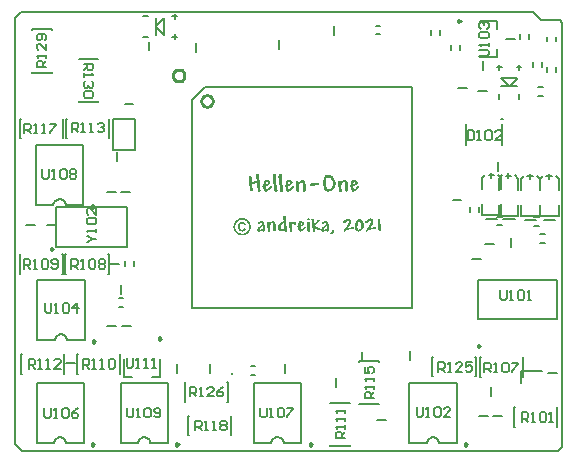
<source format=gto>
G04*
G04 #@! TF.GenerationSoftware,Altium Limited,Altium Designer,20.2.7 (254)*
G04*
G04 Layer_Color=65535*
%FSLAX25Y25*%
%MOIN*%
G70*
G04*
G04 #@! TF.SameCoordinates,25489B90-ED76-4F5C-8E88-9731D22F464B*
G04*
G04*
G04 #@! TF.FilePolarity,Positive*
G04*
G01*
G75*
%ADD10C,0.00591*%
%ADD11C,0.01000*%
%ADD12C,0.00984*%
%ADD13C,0.00787*%
%ADD14C,0.00800*%
%ADD15C,0.00669*%
%ADD16C,0.00650*%
G36*
X81342Y92825D02*
X81390D01*
X81486Y92786D01*
X81544Y92767D01*
X81592Y92728D01*
X81602D01*
X81612Y92709D01*
X81660Y92651D01*
X81708Y92555D01*
X81717Y92498D01*
X81727Y92431D01*
Y92421D01*
Y92373D01*
Y92334D01*
X81736Y92286D01*
Y92229D01*
Y92161D01*
X81746Y92075D01*
Y91988D01*
X81756Y91883D01*
X81765Y91758D01*
X81775Y91623D01*
X81794Y91470D01*
X81804Y91306D01*
X81823Y91124D01*
Y91104D01*
X81832Y91066D01*
Y90999D01*
X81842Y90922D01*
X81852Y90845D01*
Y90768D01*
X81861Y90710D01*
Y90662D01*
X81929Y90672D01*
X81948D01*
X81986Y90662D01*
X82044Y90624D01*
X82073Y90595D01*
X82102Y90557D01*
Y90547D01*
X82111Y90537D01*
X82150Y90480D01*
X82178Y90403D01*
X82188Y90297D01*
Y90288D01*
Y90278D01*
Y90249D01*
X82178Y90211D01*
X82150Y90105D01*
X82102Y89970D01*
Y89961D01*
X82092Y89942D01*
X82054Y89884D01*
X82006Y89817D01*
X81977Y89797D01*
X81948Y89788D01*
X81977Y89288D01*
Y89269D01*
X81986Y89230D01*
Y89192D01*
X81996Y89144D01*
X82006Y89086D01*
X82015Y89019D01*
X82025Y88942D01*
X82034Y88856D01*
X82044Y88759D01*
X82063Y88644D01*
X82082Y88529D01*
X82102Y88385D01*
X82121Y88240D01*
X82140Y88077D01*
Y88068D01*
X82150Y88039D01*
Y87991D01*
X82159Y87933D01*
X82169Y87866D01*
X82178Y87789D01*
X82207Y87616D01*
X82236Y87443D01*
X82255Y87279D01*
X82265Y87212D01*
Y87155D01*
X82275Y87107D01*
Y87078D01*
Y87068D01*
Y87049D01*
X82265Y87020D01*
X82255Y86982D01*
X82227Y86885D01*
X82188Y86838D01*
X82150Y86789D01*
X82140D01*
X82130Y86770D01*
X82102Y86761D01*
X82063Y86741D01*
X81967Y86703D01*
X81900Y86693D01*
X81832Y86684D01*
X81794D01*
X81746Y86693D01*
X81698Y86703D01*
X81631Y86722D01*
X81573Y86751D01*
X81506Y86789D01*
X81448Y86847D01*
X81438Y86857D01*
X81429Y86876D01*
X81410Y86914D01*
X81381Y86962D01*
X81352Y87030D01*
X81333Y87107D01*
X81323Y87193D01*
X81314Y87289D01*
Y87308D01*
Y87328D01*
Y87356D01*
X81304Y87395D01*
Y87453D01*
X81294Y87520D01*
Y87616D01*
X81275Y87712D01*
X81265Y87837D01*
X81256Y87981D01*
X81237Y88144D01*
X81208Y88337D01*
X81189Y88548D01*
X81160Y88788D01*
X81121Y89057D01*
Y89067D01*
Y89077D01*
X81112Y89134D01*
X81102Y89211D01*
X81093Y89307D01*
X81083Y89413D01*
X81073Y89509D01*
X81064Y89596D01*
X81054Y89653D01*
X81045D01*
X81025Y89644D01*
X80977D01*
X80929Y89634D01*
X80852Y89615D01*
X80775Y89605D01*
X80679Y89586D01*
X80574Y89567D01*
X80458Y89538D01*
X80324Y89519D01*
X80045Y89451D01*
X79728Y89384D01*
X79392Y89298D01*
Y89288D01*
Y89259D01*
X79401Y89201D01*
X79411Y89115D01*
X79430Y89009D01*
X79449Y88856D01*
X79468Y88683D01*
X79478Y88577D01*
X79497Y88462D01*
Y88452D01*
Y88433D01*
X79507Y88404D01*
X79517Y88356D01*
X79536Y88250D01*
X79555Y88116D01*
X79584Y87962D01*
X79603Y87818D01*
X79632Y87674D01*
X79661Y87549D01*
X79670Y87539D01*
X79709Y87529D01*
X79738Y87501D01*
X79766Y87472D01*
X79776Y87462D01*
X79786Y87443D01*
X79795Y87395D01*
Y87318D01*
Y87308D01*
Y87299D01*
X79786Y87270D01*
X79766Y87231D01*
X79738Y87193D01*
X79699Y87135D01*
X79651Y87078D01*
X79574Y87011D01*
X79564Y87001D01*
X79536Y86982D01*
X79497Y86953D01*
X79449Y86924D01*
X79334Y86866D01*
X79267Y86847D01*
X79209Y86838D01*
X79190D01*
X79132Y86847D01*
X79046Y86876D01*
X78949Y86934D01*
X78892Y86972D01*
X78844Y87030D01*
X78796Y87087D01*
X78757Y87164D01*
X78719Y87251D01*
X78690Y87356D01*
X78661Y87472D01*
X78652Y87606D01*
Y87616D01*
Y87664D01*
X78642Y87731D01*
X78632Y87827D01*
X78623Y87962D01*
X78613Y88135D01*
X78604Y88231D01*
X78594Y88337D01*
X78584Y88462D01*
X78575Y88586D01*
Y88596D01*
Y88615D01*
X78565Y88644D01*
Y88673D01*
X78556Y88769D01*
X78546Y88884D01*
X78536Y89000D01*
X78527Y89115D01*
X78517Y89211D01*
Y89240D01*
Y89269D01*
X78507D01*
X78469Y89288D01*
X78411Y89327D01*
X78382Y89355D01*
X78354Y89403D01*
Y89413D01*
X78344Y89432D01*
X78315Y89490D01*
X78277Y89567D01*
X78267Y89644D01*
Y89653D01*
Y89663D01*
X78277Y89720D01*
X78296Y89788D01*
X78325Y89865D01*
Y89874D01*
X78334Y89884D01*
X78363Y89922D01*
X78411Y89961D01*
X78479Y89990D01*
Y89999D01*
Y90009D01*
X78469Y90038D01*
Y90086D01*
X78459Y90153D01*
X78440Y90249D01*
X78421Y90355D01*
X78402Y90499D01*
Y90509D01*
X78392Y90537D01*
Y90576D01*
X78382Y90633D01*
X78363Y90710D01*
X78354Y90787D01*
X78325Y90970D01*
X78296Y91162D01*
X78277Y91354D01*
X78258Y91527D01*
X78248Y91604D01*
Y91671D01*
Y91681D01*
Y91710D01*
X78258Y91748D01*
X78267Y91796D01*
X78286Y91844D01*
X78306Y91912D01*
X78344Y91960D01*
X78392Y92017D01*
X78402Y92027D01*
X78421Y92036D01*
X78450Y92056D01*
X78488Y92085D01*
X78604Y92133D01*
X78661Y92142D01*
X78728Y92152D01*
X78767D01*
X78805Y92142D01*
X78853Y92133D01*
X78911Y92113D01*
X78969Y92075D01*
X79036Y92036D01*
X79094Y91979D01*
X79103Y91969D01*
X79123Y91950D01*
X79142Y91912D01*
X79180Y91864D01*
X79209Y91806D01*
X79228Y91729D01*
X79247Y91642D01*
X79257Y91546D01*
Y91537D01*
Y91508D01*
Y91460D01*
Y91393D01*
Y91316D01*
X79267Y91220D01*
Y91114D01*
X79276Y91008D01*
X79286Y90768D01*
X79305Y90528D01*
X79334Y90288D01*
X79372Y90066D01*
X79382D01*
X79420Y90076D01*
X79468Y90086D01*
X79545Y90095D01*
X79622Y90105D01*
X79728Y90124D01*
X79834Y90143D01*
X79949Y90172D01*
X80208Y90220D01*
X80468Y90288D01*
X80727Y90364D01*
X80843Y90403D01*
X80958Y90451D01*
Y90460D01*
Y90489D01*
X80948Y90547D01*
X80939Y90624D01*
X80929Y90729D01*
X80910Y90864D01*
X80881Y91027D01*
X80852Y91229D01*
Y91239D01*
X80843Y91268D01*
Y91306D01*
X80833Y91364D01*
X80823Y91422D01*
X80814Y91498D01*
X80785Y91671D01*
X80756Y91854D01*
X80737Y92036D01*
X80727Y92200D01*
X80718Y92277D01*
Y92334D01*
Y92344D01*
Y92373D01*
X80727Y92402D01*
X80737Y92450D01*
X80756Y92507D01*
X80785Y92565D01*
X80823Y92623D01*
X80881Y92680D01*
X80891Y92690D01*
X80910Y92709D01*
X80948Y92728D01*
X80996Y92757D01*
X81054Y92786D01*
X81121Y92815D01*
X81198Y92825D01*
X81275Y92834D01*
X81304D01*
X81342Y92825D01*
D02*
G37*
G36*
X110566Y90672D02*
X110634Y90662D01*
X110711Y90633D01*
X110787Y90605D01*
X110874Y90557D01*
X110951Y90489D01*
X110960Y90480D01*
X110989Y90451D01*
X111028Y90412D01*
X111066Y90345D01*
X111124Y90268D01*
X111172Y90172D01*
X111220Y90057D01*
X111268Y89932D01*
X111277Y89913D01*
Y89894D01*
X111287Y89855D01*
X111297Y89807D01*
X111306Y89749D01*
X111316Y89682D01*
X111326Y89596D01*
X111335Y89499D01*
X111354Y89384D01*
X111364Y89250D01*
X111374Y89105D01*
X111383Y88933D01*
X111393Y88750D01*
X111402Y88548D01*
X111412Y88317D01*
Y88308D01*
Y88279D01*
Y88240D01*
X111422Y88183D01*
Y88096D01*
X111431Y88000D01*
Y87885D01*
X111441Y87750D01*
Y87731D01*
X111451Y87693D01*
Y87625D01*
X111460Y87549D01*
X111470Y87385D01*
X111479Y87308D01*
Y87251D01*
Y87241D01*
Y87222D01*
X111470Y87183D01*
X111460Y87145D01*
X111441Y87087D01*
X111402Y87039D01*
X111364Y86982D01*
X111306Y86924D01*
X111297Y86914D01*
X111277Y86905D01*
X111239Y86885D01*
X111191Y86857D01*
X111133Y86828D01*
X111076Y86809D01*
X110999Y86799D01*
X110922Y86789D01*
X110883D01*
X110845Y86799D01*
X110797D01*
X110672Y86828D01*
X110557Y86885D01*
X110547Y86895D01*
X110538Y86905D01*
X110489Y86962D01*
X110432Y87039D01*
X110422Y87097D01*
X110413Y87155D01*
Y87164D01*
Y87174D01*
Y87212D01*
Y87260D01*
Y87318D01*
Y87405D01*
X110422Y87510D01*
Y87645D01*
Y87654D01*
Y87664D01*
Y87693D01*
Y87731D01*
X110432Y87818D01*
Y87933D01*
Y88048D01*
X110442Y88164D01*
Y88269D01*
Y88356D01*
Y88366D01*
Y88385D01*
Y88414D01*
Y88471D01*
Y88481D01*
Y88500D01*
X110451Y88558D01*
Y88635D01*
Y88711D01*
Y88731D01*
Y88769D01*
Y88836D01*
X110442Y88913D01*
Y89019D01*
X110432Y89125D01*
X110413Y89375D01*
X110365Y89615D01*
X110345Y89720D01*
X110307Y89826D01*
X110268Y89903D01*
X110230Y89970D01*
X110172Y90009D01*
X110115Y90028D01*
X110086D01*
X110038Y90018D01*
X109990Y89999D01*
X109923Y89970D01*
X109846Y89932D01*
X109759Y89884D01*
X109673Y89807D01*
X109663Y89797D01*
X109634Y89768D01*
X109586Y89720D01*
X109529Y89653D01*
X109471Y89576D01*
X109404Y89471D01*
X109346Y89365D01*
X109288Y89240D01*
X109279Y89221D01*
X109269Y89182D01*
X109250Y89105D01*
X109221Y89019D01*
X109192Y88904D01*
X109173Y88769D01*
X109163Y88625D01*
X109154Y88471D01*
Y88462D01*
Y88442D01*
Y88394D01*
X109163Y88327D01*
X109173Y88231D01*
X109183Y88106D01*
X109202Y87952D01*
X109231Y87760D01*
Y87750D01*
Y87731D01*
X109240Y87702D01*
X109250Y87664D01*
X109259Y87549D01*
X109279Y87424D01*
X109298Y87279D01*
X109308Y87145D01*
X109327Y87030D01*
Y86972D01*
Y86934D01*
Y86924D01*
Y86914D01*
X109308Y86866D01*
X109279Y86799D01*
X109240Y86761D01*
X109202Y86732D01*
X109192D01*
X109183Y86722D01*
X109125Y86693D01*
X109038Y86664D01*
X108933Y86655D01*
X108875D01*
X108808Y86664D01*
X108731Y86684D01*
X108644Y86713D01*
X108568Y86761D01*
X108491Y86818D01*
X108433Y86905D01*
Y86914D01*
X108414Y86953D01*
X108395Y87020D01*
X108375Y87116D01*
X108346Y87251D01*
X108337Y87328D01*
X108327Y87414D01*
X108308Y87510D01*
X108298Y87625D01*
X108279Y87741D01*
X108270Y87875D01*
Y87885D01*
Y87923D01*
X108260Y87981D01*
X108250Y88048D01*
X108241Y88202D01*
X108231Y88269D01*
X108222Y88337D01*
Y88356D01*
X108212Y88394D01*
X108202Y88462D01*
X108193Y88558D01*
X108183Y88663D01*
X108174Y88779D01*
X108145Y89038D01*
X108106Y89307D01*
X108097Y89442D01*
X108087Y89557D01*
X108077Y89672D01*
X108068Y89759D01*
X108058Y89826D01*
Y89874D01*
Y89884D01*
Y89903D01*
Y89922D01*
X108068Y89961D01*
X108087Y90057D01*
X108125Y90162D01*
X108193Y90259D01*
X108289Y90355D01*
X108346Y90393D01*
X108423Y90412D01*
X108500Y90432D01*
X108596Y90441D01*
X108635D01*
X108683Y90432D01*
X108731Y90422D01*
X108856Y90384D01*
X108904Y90355D01*
X108952Y90307D01*
X108961Y90297D01*
X108971Y90278D01*
X108990Y90249D01*
X109019Y90201D01*
X109038Y90143D01*
X109067Y90066D01*
X109087Y89970D01*
X109106Y89865D01*
X109115Y89884D01*
X109154Y89932D01*
X109211Y89999D01*
X109288Y90086D01*
X109375Y90182D01*
X109481Y90288D01*
X109605Y90384D01*
X109730Y90470D01*
X109749Y90480D01*
X109788Y90499D01*
X109865Y90537D01*
X109951Y90576D01*
X110067Y90614D01*
X110192Y90653D01*
X110326Y90672D01*
X110461Y90681D01*
X110509D01*
X110566Y90672D01*
D02*
G37*
G36*
X96449D02*
X96517Y90662D01*
X96593Y90633D01*
X96670Y90605D01*
X96757Y90557D01*
X96834Y90489D01*
X96843Y90480D01*
X96872Y90451D01*
X96911Y90412D01*
X96949Y90345D01*
X97007Y90268D01*
X97055Y90172D01*
X97103Y90057D01*
X97151Y89932D01*
X97161Y89913D01*
Y89894D01*
X97170Y89855D01*
X97180Y89807D01*
X97189Y89749D01*
X97199Y89682D01*
X97208Y89596D01*
X97218Y89499D01*
X97237Y89384D01*
X97247Y89250D01*
X97257Y89105D01*
X97266Y88933D01*
X97276Y88750D01*
X97285Y88548D01*
X97295Y88317D01*
Y88308D01*
Y88279D01*
Y88240D01*
X97305Y88183D01*
Y88096D01*
X97314Y88000D01*
Y87885D01*
X97324Y87750D01*
Y87731D01*
X97333Y87693D01*
Y87625D01*
X97343Y87549D01*
X97353Y87385D01*
X97362Y87308D01*
Y87251D01*
Y87241D01*
Y87222D01*
X97353Y87183D01*
X97343Y87145D01*
X97324Y87087D01*
X97285Y87039D01*
X97247Y86982D01*
X97189Y86924D01*
X97180Y86914D01*
X97161Y86905D01*
X97122Y86885D01*
X97074Y86857D01*
X97016Y86828D01*
X96959Y86809D01*
X96882Y86799D01*
X96805Y86789D01*
X96766D01*
X96728Y86799D01*
X96680D01*
X96555Y86828D01*
X96440Y86885D01*
X96430Y86895D01*
X96421Y86905D01*
X96372Y86962D01*
X96315Y87039D01*
X96305Y87097D01*
X96296Y87155D01*
Y87164D01*
Y87174D01*
Y87212D01*
Y87260D01*
Y87318D01*
Y87405D01*
X96305Y87510D01*
Y87645D01*
Y87654D01*
Y87664D01*
Y87693D01*
Y87731D01*
X96315Y87818D01*
Y87933D01*
Y88048D01*
X96324Y88164D01*
Y88269D01*
Y88356D01*
Y88366D01*
Y88385D01*
Y88414D01*
Y88471D01*
Y88481D01*
Y88500D01*
X96334Y88558D01*
Y88635D01*
Y88711D01*
Y88731D01*
Y88769D01*
Y88836D01*
X96324Y88913D01*
Y89019D01*
X96315Y89125D01*
X96296Y89375D01*
X96248Y89615D01*
X96228Y89720D01*
X96190Y89826D01*
X96151Y89903D01*
X96113Y89970D01*
X96055Y90009D01*
X95998Y90028D01*
X95969D01*
X95921Y90018D01*
X95873Y89999D01*
X95805Y89970D01*
X95729Y89932D01*
X95642Y89884D01*
X95556Y89807D01*
X95546Y89797D01*
X95517Y89768D01*
X95469Y89720D01*
X95411Y89653D01*
X95354Y89576D01*
X95287Y89471D01*
X95229Y89365D01*
X95171Y89240D01*
X95162Y89221D01*
X95152Y89182D01*
X95133Y89105D01*
X95104Y89019D01*
X95075Y88904D01*
X95056Y88769D01*
X95046Y88625D01*
X95037Y88471D01*
Y88462D01*
Y88442D01*
Y88394D01*
X95046Y88327D01*
X95056Y88231D01*
X95065Y88106D01*
X95085Y87952D01*
X95113Y87760D01*
Y87750D01*
Y87731D01*
X95123Y87702D01*
X95133Y87664D01*
X95142Y87549D01*
X95162Y87424D01*
X95181Y87279D01*
X95190Y87145D01*
X95210Y87030D01*
Y86972D01*
Y86934D01*
Y86924D01*
Y86914D01*
X95190Y86866D01*
X95162Y86799D01*
X95123Y86761D01*
X95085Y86732D01*
X95075D01*
X95065Y86722D01*
X95008Y86693D01*
X94921Y86664D01*
X94816Y86655D01*
X94758D01*
X94691Y86664D01*
X94614Y86684D01*
X94527Y86713D01*
X94450Y86761D01*
X94374Y86818D01*
X94316Y86905D01*
Y86914D01*
X94297Y86953D01*
X94277Y87020D01*
X94258Y87116D01*
X94229Y87251D01*
X94220Y87328D01*
X94210Y87414D01*
X94191Y87510D01*
X94181Y87625D01*
X94162Y87741D01*
X94152Y87875D01*
Y87885D01*
Y87923D01*
X94143Y87981D01*
X94133Y88048D01*
X94124Y88202D01*
X94114Y88269D01*
X94104Y88337D01*
Y88356D01*
X94095Y88394D01*
X94085Y88462D01*
X94076Y88558D01*
X94066Y88663D01*
X94056Y88779D01*
X94028Y89038D01*
X93989Y89307D01*
X93980Y89442D01*
X93970Y89557D01*
X93960Y89672D01*
X93951Y89759D01*
X93941Y89826D01*
Y89874D01*
Y89884D01*
Y89903D01*
Y89922D01*
X93951Y89961D01*
X93970Y90057D01*
X94008Y90162D01*
X94076Y90259D01*
X94172Y90355D01*
X94229Y90393D01*
X94306Y90412D01*
X94383Y90432D01*
X94479Y90441D01*
X94518D01*
X94566Y90432D01*
X94614Y90422D01*
X94739Y90384D01*
X94787Y90355D01*
X94835Y90307D01*
X94844Y90297D01*
X94854Y90278D01*
X94873Y90249D01*
X94902Y90201D01*
X94921Y90143D01*
X94950Y90066D01*
X94969Y89970D01*
X94989Y89865D01*
X94998Y89884D01*
X95037Y89932D01*
X95094Y89999D01*
X95171Y90086D01*
X95258Y90182D01*
X95363Y90288D01*
X95488Y90384D01*
X95613Y90470D01*
X95632Y90480D01*
X95671Y90499D01*
X95748Y90537D01*
X95834Y90576D01*
X95950Y90614D01*
X96074Y90653D01*
X96209Y90672D01*
X96344Y90681D01*
X96392D01*
X96449Y90672D01*
D02*
G37*
G36*
X101331Y89768D02*
X101379Y89759D01*
X101475Y89730D01*
X101523Y89692D01*
X101571Y89653D01*
X101581Y89644D01*
X101591Y89634D01*
X101639Y89576D01*
X101677Y89480D01*
X101687Y89432D01*
X101696Y89375D01*
Y89365D01*
Y89346D01*
X101687Y89317D01*
Y89278D01*
X101648Y89173D01*
X101629Y89125D01*
X101591Y89067D01*
Y89057D01*
X101571Y89048D01*
X101523Y89000D01*
X101437Y88952D01*
X101389Y88942D01*
X101331Y88933D01*
X101225D01*
X101168Y88923D01*
X101101D01*
X101014Y88913D01*
X100928D01*
X100822Y88894D01*
X100716Y88884D01*
X100466Y88856D01*
X100188Y88807D01*
X99890Y88740D01*
X99880D01*
X99861Y88731D01*
X99832D01*
X99794Y88721D01*
X99688Y88702D01*
X99573Y88673D01*
X99448Y88644D01*
X99332Y88625D01*
X99236Y88615D01*
X99207Y88606D01*
X99159D01*
X99130Y88615D01*
X99102Y88625D01*
X99015Y88663D01*
X98967Y88692D01*
X98929Y88731D01*
Y88740D01*
X98909Y88750D01*
X98900Y88779D01*
X98881Y88817D01*
X98852Y88913D01*
X98833Y89019D01*
Y89029D01*
Y89048D01*
X98842Y89077D01*
X98852Y89115D01*
X98881Y89221D01*
X98909Y89278D01*
X98948Y89336D01*
X98958Y89346D01*
X98967Y89365D01*
X99025Y89423D01*
X99111Y89471D01*
X99169Y89490D01*
X99227Y89499D01*
X99284D01*
X99342Y89509D01*
X99419Y89519D01*
X99534Y89528D01*
X99669Y89547D01*
X99755Y89567D01*
X99851Y89576D01*
X99861D01*
X99899Y89586D01*
X99957Y89596D01*
X100024Y89605D01*
X100159Y89624D01*
X100216D01*
X100265Y89634D01*
X100284D01*
X100322Y89644D01*
X100361D01*
X100418Y89653D01*
X100495Y89663D01*
X100582Y89672D01*
X100687Y89692D01*
X100707D01*
X100764Y89701D01*
X100841Y89720D01*
X100928Y89740D01*
X101024Y89749D01*
X101120Y89768D01*
X101206Y89778D01*
X101293D01*
X101331Y89768D01*
D02*
G37*
G36*
X104512Y92488D02*
X104551Y92479D01*
X104589Y92459D01*
X104637Y92440D01*
X104695Y92402D01*
X104743Y92354D01*
X104752Y92344D01*
X104762Y92325D01*
X104791Y92296D01*
X104820Y92267D01*
X104868Y92171D01*
X104877Y92123D01*
X104887Y92065D01*
Y92056D01*
Y92017D01*
Y91960D01*
X104877Y91892D01*
X104858Y91729D01*
X104839Y91652D01*
X104810Y91575D01*
Y91566D01*
X104800Y91546D01*
X104762Y91489D01*
X104704Y91422D01*
X104675Y91402D01*
X104647Y91393D01*
X104627D01*
X104589Y91402D01*
X104531Y91422D01*
X104493Y91460D01*
X104483Y91470D01*
X104464Y91498D01*
X104435Y91527D01*
X104397Y91537D01*
X104378Y91527D01*
X104358Y91508D01*
X104330Y91470D01*
X104301Y91402D01*
X104281Y91364D01*
X104272Y91306D01*
X104253Y91239D01*
X104233Y91172D01*
X104214Y91085D01*
X104195Y90989D01*
Y90979D01*
Y90960D01*
X104185Y90931D01*
X104176Y90893D01*
Y90835D01*
X104166Y90778D01*
X104156Y90701D01*
X104147Y90614D01*
X104128Y90412D01*
X104118Y90182D01*
X104099Y89922D01*
Y89624D01*
Y89615D01*
Y89576D01*
Y89528D01*
Y89461D01*
X104109Y89375D01*
Y89278D01*
X104118Y89173D01*
X104128Y89057D01*
X104147Y88807D01*
X104185Y88558D01*
X104233Y88308D01*
X104262Y88192D01*
X104301Y88087D01*
Y88077D01*
X104310Y88068D01*
X104339Y88000D01*
X104387Y87914D01*
X104445Y87818D01*
X104522Y87722D01*
X104618Y87635D01*
X104724Y87568D01*
X104781Y87558D01*
X104849Y87549D01*
X104906D01*
X104954Y87558D01*
X105012Y87568D01*
X105079Y87577D01*
X105223Y87625D01*
X105396Y87693D01*
X105492Y87741D01*
X105588Y87789D01*
X105684Y87856D01*
X105781Y87933D01*
X105867Y88020D01*
X105963Y88125D01*
X105973Y88135D01*
X105982Y88154D01*
X106011Y88183D01*
X106040Y88231D01*
X106079Y88289D01*
X106117Y88356D01*
X106165Y88433D01*
X106213Y88519D01*
X106300Y88721D01*
X106376Y88952D01*
X106434Y89211D01*
X106444Y89346D01*
X106453Y89490D01*
Y89499D01*
Y89519D01*
Y89557D01*
X106444Y89605D01*
Y89663D01*
X106434Y89730D01*
X106405Y89894D01*
X106357Y90086D01*
X106280Y90288D01*
X106184Y90509D01*
X106050Y90720D01*
Y90729D01*
X106030Y90749D01*
X106011Y90778D01*
X105982Y90816D01*
X105896Y90912D01*
X105781Y91037D01*
X105646Y91162D01*
X105483Y91296D01*
X105300Y91422D01*
X105108Y91518D01*
X105098Y91527D01*
X105079Y91537D01*
X105041Y91566D01*
X105002Y91614D01*
X104964Y91681D01*
X104925Y91767D01*
X104906Y91873D01*
X104896Y92017D01*
Y92027D01*
Y92046D01*
X104906Y92104D01*
X104925Y92171D01*
X104973Y92248D01*
X104993Y92257D01*
X105031Y92296D01*
X105098Y92325D01*
X105194Y92334D01*
X105243D01*
X105281Y92325D01*
X105387Y92315D01*
X105511Y92286D01*
X105665Y92229D01*
X105838Y92152D01*
X106021Y92056D01*
X106107Y91988D01*
X106203Y91912D01*
X106213D01*
X106223Y91892D01*
X106252Y91873D01*
X106290Y91835D01*
X106376Y91748D01*
X106492Y91623D01*
X106617Y91460D01*
X106751Y91277D01*
X106886Y91056D01*
X107011Y90816D01*
Y90806D01*
X107020Y90787D01*
X107039Y90749D01*
X107059Y90701D01*
X107088Y90643D01*
X107107Y90566D01*
X107136Y90489D01*
X107174Y90393D01*
X107232Y90191D01*
X107280Y89961D01*
X107318Y89711D01*
X107328Y89461D01*
Y89451D01*
Y89432D01*
Y89403D01*
X107318Y89365D01*
Y89307D01*
X107309Y89240D01*
X107280Y89086D01*
X107232Y88904D01*
X107165Y88692D01*
X107068Y88462D01*
X106934Y88221D01*
Y88212D01*
X106915Y88192D01*
X106895Y88154D01*
X106867Y88116D01*
X106828Y88058D01*
X106780Y87991D01*
X106665Y87846D01*
X106530Y87683D01*
X106367Y87510D01*
X106175Y87337D01*
X105963Y87183D01*
X105954D01*
X105934Y87164D01*
X105905Y87145D01*
X105858Y87126D01*
X105809Y87097D01*
X105742Y87059D01*
X105588Y86991D01*
X105406Y86924D01*
X105204Y86857D01*
X104973Y86818D01*
X104743Y86799D01*
X104704D01*
X104666Y86809D01*
X104608D01*
X104541Y86818D01*
X104464Y86838D01*
X104291Y86885D01*
X104195Y86924D01*
X104099Y86972D01*
X103993Y87020D01*
X103897Y87087D01*
X103801Y87174D01*
X103705Y87260D01*
X103618Y87366D01*
X103542Y87491D01*
Y87501D01*
X103522Y87529D01*
X103503Y87568D01*
X103484Y87625D01*
X103455Y87702D01*
X103417Y87799D01*
X103378Y87914D01*
X103349Y88048D01*
X103311Y88202D01*
X103272Y88366D01*
X103244Y88558D01*
X103205Y88769D01*
X103186Y89000D01*
X103167Y89259D01*
X103147Y89528D01*
Y89826D01*
Y89836D01*
Y89855D01*
Y89894D01*
Y89942D01*
X103157Y90009D01*
Y90076D01*
X103167Y90249D01*
X103186Y90451D01*
X103224Y90672D01*
X103263Y90893D01*
X103321Y91124D01*
Y91133D01*
X103330Y91152D01*
X103340Y91181D01*
X103359Y91229D01*
X103397Y91335D01*
X103455Y91479D01*
X103522Y91633D01*
X103609Y91796D01*
X103715Y91960D01*
X103830Y92113D01*
X103849Y92133D01*
X103887Y92171D01*
X103945Y92238D01*
X104032Y92306D01*
X104128Y92373D01*
X104233Y92440D01*
X104339Y92479D01*
X104454Y92498D01*
X104483D01*
X104512Y92488D01*
D02*
G37*
G36*
X113190Y90797D02*
X113286Y90787D01*
X113401Y90768D01*
X113536Y90749D01*
X113670Y90710D01*
X113805Y90662D01*
X113824Y90653D01*
X113863Y90633D01*
X113930Y90605D01*
X114016Y90557D01*
X114112Y90509D01*
X114218Y90441D01*
X114324Y90364D01*
X114420Y90278D01*
X114430Y90268D01*
X114458Y90239D01*
X114506Y90191D01*
X114555Y90134D01*
X114593Y90066D01*
X114641Y89999D01*
X114670Y89922D01*
X114680Y89845D01*
Y89836D01*
Y89807D01*
Y89768D01*
X114670Y89720D01*
X114660Y89605D01*
X114651Y89557D01*
X114631Y89509D01*
X114622Y89490D01*
X114593Y89442D01*
X114545Y89384D01*
X114478Y89307D01*
X114468D01*
X114449Y89288D01*
X114420Y89259D01*
X114353Y89230D01*
X114276Y89173D01*
X114161Y89105D01*
X114007Y89019D01*
X113920Y88971D01*
X113824Y88913D01*
X113815D01*
X113805Y88904D01*
X113776Y88884D01*
X113738Y88865D01*
X113651Y88817D01*
X113546Y88759D01*
X113440Y88692D01*
X113334Y88635D01*
X113257Y88586D01*
X113228Y88567D01*
X113209Y88558D01*
Y88346D01*
Y88337D01*
Y88298D01*
X113219Y88240D01*
Y88173D01*
X113228Y88087D01*
X113248Y88000D01*
X113296Y87827D01*
Y87818D01*
X113315Y87789D01*
X113324Y87760D01*
X113353Y87722D01*
X113382Y87674D01*
X113411Y87645D01*
X113449Y87616D01*
X113488Y87606D01*
X113497D01*
X113526Y87616D01*
X113574Y87635D01*
X113642Y87674D01*
X113738Y87731D01*
X113853Y87818D01*
X113920Y87875D01*
X113997Y87952D01*
X114074Y88029D01*
X114161Y88116D01*
X114180Y88135D01*
X114228Y88183D01*
X114295Y88250D01*
X114372Y88327D01*
X114458Y88414D01*
X114545Y88500D01*
X114622Y88567D01*
X114680Y88615D01*
X114689D01*
X114699Y88635D01*
X114756Y88663D01*
X114833Y88692D01*
X114920Y88711D01*
X114968D01*
X115016Y88702D01*
X115083Y88683D01*
X115141Y88644D01*
X115189Y88596D01*
X115227Y88529D01*
X115237Y88442D01*
Y88433D01*
X115227Y88385D01*
X115189Y88317D01*
X115160Y88269D01*
X115121Y88212D01*
X115074Y88144D01*
X115006Y88077D01*
X114939Y87991D01*
X114843Y87904D01*
X114737Y87808D01*
X114612Y87693D01*
X114468Y87577D01*
X114305Y87453D01*
X114295D01*
X114276Y87433D01*
X114237Y87405D01*
X114180Y87356D01*
X114170Y87347D01*
X114141Y87328D01*
X114103Y87299D01*
X114055Y87260D01*
X113988Y87212D01*
X113920Y87155D01*
X113767Y87049D01*
X113594Y86934D01*
X113440Y86828D01*
X113363Y86789D01*
X113305Y86761D01*
X113248Y86741D01*
X113209Y86732D01*
X113190D01*
X113152Y86741D01*
X113075Y86751D01*
X112988Y86789D01*
X112892Y86838D01*
X112786Y86914D01*
X112681Y87030D01*
X112633Y87097D01*
X112584Y87174D01*
Y87183D01*
X112575Y87193D01*
X112546Y87251D01*
X112508Y87347D01*
X112469Y87462D01*
X112421Y87606D01*
X112383Y87779D01*
X112354Y87962D01*
X112344Y88164D01*
Y88317D01*
X112335D01*
X112296Y88308D01*
X112239Y88298D01*
X112162Y88289D01*
X112152D01*
X112123Y88298D01*
X112085Y88327D01*
X112046Y88375D01*
X112037Y88394D01*
X112027Y88433D01*
X112008Y88481D01*
X111998Y88538D01*
Y88548D01*
Y88567D01*
Y88596D01*
X112008Y88635D01*
X112027Y88721D01*
X112056Y88788D01*
X112066Y88798D01*
X112085Y88817D01*
X112114Y88836D01*
X112152Y88865D01*
X112190Y88894D01*
X112258Y88923D01*
X112325Y88952D01*
Y88961D01*
Y88971D01*
Y89029D01*
X112335Y89125D01*
Y89240D01*
X112354Y89375D01*
X112373Y89519D01*
X112392Y89672D01*
X112431Y89826D01*
Y89836D01*
X112440Y89845D01*
X112450Y89894D01*
X112479Y89970D01*
X112508Y90066D01*
X112546Y90182D01*
X112594Y90297D01*
X112652Y90412D01*
X112719Y90518D01*
X112729Y90528D01*
X112748Y90566D01*
X112786Y90614D01*
X112825Y90662D01*
X112882Y90720D01*
X112931Y90758D01*
X112988Y90797D01*
X113046Y90806D01*
X113113D01*
X113190Y90797D01*
D02*
G37*
G36*
X91462D02*
X91558Y90787D01*
X91673Y90768D01*
X91808Y90749D01*
X91942Y90710D01*
X92077Y90662D01*
X92096Y90653D01*
X92134Y90633D01*
X92202Y90605D01*
X92288Y90557D01*
X92384Y90509D01*
X92490Y90441D01*
X92596Y90364D01*
X92692Y90278D01*
X92701Y90268D01*
X92730Y90239D01*
X92778Y90191D01*
X92826Y90134D01*
X92865Y90066D01*
X92913Y89999D01*
X92942Y89922D01*
X92951Y89845D01*
Y89836D01*
Y89807D01*
Y89768D01*
X92942Y89720D01*
X92932Y89605D01*
X92922Y89557D01*
X92903Y89509D01*
X92894Y89490D01*
X92865Y89442D01*
X92817Y89384D01*
X92750Y89307D01*
X92740D01*
X92721Y89288D01*
X92692Y89259D01*
X92624Y89230D01*
X92548Y89173D01*
X92432Y89105D01*
X92279Y89019D01*
X92192Y88971D01*
X92096Y88913D01*
X92086D01*
X92077Y88904D01*
X92048Y88884D01*
X92010Y88865D01*
X91923Y88817D01*
X91817Y88759D01*
X91712Y88692D01*
X91606Y88635D01*
X91529Y88586D01*
X91500Y88567D01*
X91481Y88558D01*
Y88346D01*
Y88337D01*
Y88298D01*
X91491Y88240D01*
Y88173D01*
X91500Y88087D01*
X91519Y88000D01*
X91567Y87827D01*
Y87818D01*
X91587Y87789D01*
X91596Y87760D01*
X91625Y87722D01*
X91654Y87674D01*
X91683Y87645D01*
X91721Y87616D01*
X91760Y87606D01*
X91769D01*
X91798Y87616D01*
X91846Y87635D01*
X91913Y87674D01*
X92010Y87731D01*
X92125Y87818D01*
X92192Y87875D01*
X92269Y87952D01*
X92346Y88029D01*
X92432Y88116D01*
X92452Y88135D01*
X92500Y88183D01*
X92567Y88250D01*
X92644Y88327D01*
X92730Y88414D01*
X92817Y88500D01*
X92894Y88567D01*
X92951Y88615D01*
X92961D01*
X92971Y88635D01*
X93028Y88663D01*
X93105Y88692D01*
X93191Y88711D01*
X93240D01*
X93288Y88702D01*
X93355Y88683D01*
X93413Y88644D01*
X93461Y88596D01*
X93499Y88529D01*
X93509Y88442D01*
Y88433D01*
X93499Y88385D01*
X93461Y88317D01*
X93432Y88269D01*
X93393Y88212D01*
X93345Y88144D01*
X93278Y88077D01*
X93211Y87991D01*
X93115Y87904D01*
X93009Y87808D01*
X92884Y87693D01*
X92740Y87577D01*
X92576Y87453D01*
X92567D01*
X92548Y87433D01*
X92509Y87405D01*
X92452Y87356D01*
X92442Y87347D01*
X92413Y87328D01*
X92375Y87299D01*
X92327Y87260D01*
X92259Y87212D01*
X92192Y87155D01*
X92038Y87049D01*
X91865Y86934D01*
X91712Y86828D01*
X91635Y86789D01*
X91577Y86761D01*
X91519Y86741D01*
X91481Y86732D01*
X91462D01*
X91423Y86741D01*
X91346Y86751D01*
X91260Y86789D01*
X91164Y86838D01*
X91058Y86914D01*
X90952Y87030D01*
X90904Y87097D01*
X90856Y87174D01*
Y87183D01*
X90847Y87193D01*
X90818Y87251D01*
X90779Y87347D01*
X90741Y87462D01*
X90693Y87606D01*
X90654Y87779D01*
X90626Y87962D01*
X90616Y88164D01*
Y88317D01*
X90606D01*
X90568Y88308D01*
X90510Y88298D01*
X90434Y88289D01*
X90424D01*
X90395Y88298D01*
X90357Y88327D01*
X90318Y88375D01*
X90308Y88394D01*
X90299Y88433D01*
X90280Y88481D01*
X90270Y88538D01*
Y88548D01*
Y88567D01*
Y88596D01*
X90280Y88635D01*
X90299Y88721D01*
X90328Y88788D01*
X90337Y88798D01*
X90357Y88817D01*
X90385Y88836D01*
X90424Y88865D01*
X90462Y88894D01*
X90530Y88923D01*
X90597Y88952D01*
Y88961D01*
Y88971D01*
Y89029D01*
X90606Y89125D01*
Y89240D01*
X90626Y89375D01*
X90645Y89519D01*
X90664Y89672D01*
X90702Y89826D01*
Y89836D01*
X90712Y89845D01*
X90722Y89894D01*
X90751Y89970D01*
X90779Y90066D01*
X90818Y90182D01*
X90866Y90297D01*
X90924Y90412D01*
X90991Y90518D01*
X91000Y90528D01*
X91020Y90566D01*
X91058Y90614D01*
X91097Y90662D01*
X91154Y90720D01*
X91202Y90758D01*
X91260Y90797D01*
X91318Y90806D01*
X91385D01*
X91462Y90797D01*
D02*
G37*
G36*
X84072D02*
X84168Y90787D01*
X84283Y90768D01*
X84418Y90749D01*
X84552Y90710D01*
X84687Y90662D01*
X84706Y90653D01*
X84744Y90633D01*
X84812Y90605D01*
X84898Y90557D01*
X84994Y90509D01*
X85100Y90441D01*
X85206Y90364D01*
X85302Y90278D01*
X85311Y90268D01*
X85340Y90239D01*
X85388Y90191D01*
X85436Y90134D01*
X85475Y90066D01*
X85523Y89999D01*
X85552Y89922D01*
X85561Y89845D01*
Y89836D01*
Y89807D01*
Y89768D01*
X85552Y89720D01*
X85542Y89605D01*
X85532Y89557D01*
X85513Y89509D01*
X85504Y89490D01*
X85475Y89442D01*
X85427Y89384D01*
X85359Y89307D01*
X85350D01*
X85330Y89288D01*
X85302Y89259D01*
X85234Y89230D01*
X85158Y89173D01*
X85042Y89105D01*
X84888Y89019D01*
X84802Y88971D01*
X84706Y88913D01*
X84696D01*
X84687Y88904D01*
X84658Y88884D01*
X84619Y88865D01*
X84533Y88817D01*
X84427Y88759D01*
X84321Y88692D01*
X84216Y88635D01*
X84139Y88586D01*
X84110Y88567D01*
X84091Y88558D01*
Y88346D01*
Y88337D01*
Y88298D01*
X84101Y88240D01*
Y88173D01*
X84110Y88087D01*
X84129Y88000D01*
X84177Y87827D01*
Y87818D01*
X84197Y87789D01*
X84206Y87760D01*
X84235Y87722D01*
X84264Y87674D01*
X84293Y87645D01*
X84331Y87616D01*
X84369Y87606D01*
X84379D01*
X84408Y87616D01*
X84456Y87635D01*
X84523Y87674D01*
X84619Y87731D01*
X84735Y87818D01*
X84802Y87875D01*
X84879Y87952D01*
X84956Y88029D01*
X85042Y88116D01*
X85062Y88135D01*
X85110Y88183D01*
X85177Y88250D01*
X85254Y88327D01*
X85340Y88414D01*
X85427Y88500D01*
X85504Y88567D01*
X85561Y88615D01*
X85571D01*
X85580Y88635D01*
X85638Y88663D01*
X85715Y88692D01*
X85801Y88711D01*
X85849D01*
X85897Y88702D01*
X85965Y88683D01*
X86023Y88644D01*
X86071Y88596D01*
X86109Y88529D01*
X86119Y88442D01*
Y88433D01*
X86109Y88385D01*
X86071Y88317D01*
X86042Y88269D01*
X86003Y88212D01*
X85955Y88144D01*
X85888Y88077D01*
X85821Y87991D01*
X85725Y87904D01*
X85619Y87808D01*
X85494Y87693D01*
X85350Y87577D01*
X85186Y87453D01*
X85177D01*
X85158Y87433D01*
X85119Y87405D01*
X85062Y87356D01*
X85052Y87347D01*
X85023Y87328D01*
X84985Y87299D01*
X84936Y87260D01*
X84869Y87212D01*
X84802Y87155D01*
X84648Y87049D01*
X84475Y86934D01*
X84321Y86828D01*
X84245Y86789D01*
X84187Y86761D01*
X84129Y86741D01*
X84091Y86732D01*
X84072D01*
X84033Y86741D01*
X83956Y86751D01*
X83870Y86789D01*
X83774Y86838D01*
X83668Y86914D01*
X83562Y87030D01*
X83514Y87097D01*
X83466Y87174D01*
Y87183D01*
X83457Y87193D01*
X83428Y87251D01*
X83389Y87347D01*
X83351Y87462D01*
X83303Y87606D01*
X83264Y87779D01*
X83236Y87962D01*
X83226Y88164D01*
Y88317D01*
X83216D01*
X83178Y88308D01*
X83120Y88298D01*
X83043Y88289D01*
X83034D01*
X83005Y88298D01*
X82967Y88327D01*
X82928Y88375D01*
X82918Y88394D01*
X82909Y88433D01*
X82890Y88481D01*
X82880Y88538D01*
Y88548D01*
Y88567D01*
Y88596D01*
X82890Y88635D01*
X82909Y88721D01*
X82938Y88788D01*
X82947Y88798D01*
X82967Y88817D01*
X82995Y88836D01*
X83034Y88865D01*
X83072Y88894D01*
X83139Y88923D01*
X83207Y88952D01*
Y88961D01*
Y88971D01*
Y89029D01*
X83216Y89125D01*
Y89240D01*
X83236Y89375D01*
X83255Y89519D01*
X83274Y89672D01*
X83312Y89826D01*
Y89836D01*
X83322Y89845D01*
X83332Y89894D01*
X83360Y89970D01*
X83389Y90066D01*
X83428Y90182D01*
X83476Y90297D01*
X83534Y90412D01*
X83601Y90518D01*
X83610Y90528D01*
X83630Y90566D01*
X83668Y90614D01*
X83706Y90662D01*
X83764Y90720D01*
X83812Y90758D01*
X83870Y90797D01*
X83928Y90806D01*
X83995D01*
X84072Y90797D01*
D02*
G37*
G36*
X88915Y92815D02*
X89030Y92786D01*
X89146Y92738D01*
X89155D01*
X89174Y92719D01*
X89223Y92671D01*
X89280Y92594D01*
X89290Y92536D01*
X89299Y92479D01*
Y92459D01*
Y92440D01*
Y92402D01*
Y92363D01*
X89290Y92296D01*
Y92229D01*
X89280Y92142D01*
Y92133D01*
Y92123D01*
Y92065D01*
X89271Y91979D01*
Y91873D01*
X89261Y91748D01*
Y91623D01*
X89251Y91508D01*
Y91393D01*
Y91383D01*
Y91335D01*
X89261Y91306D01*
Y91258D01*
Y91200D01*
X89271Y91133D01*
X89280Y91056D01*
X89290Y90960D01*
X89309Y90845D01*
X89319Y90720D01*
X89338Y90585D01*
X89357Y90422D01*
X89386Y90249D01*
X89415Y90047D01*
Y90038D01*
X89424Y90009D01*
Y89961D01*
X89434Y89903D01*
X89444Y89836D01*
X89463Y89759D01*
X89482Y89576D01*
X89511Y89394D01*
X89540Y89211D01*
X89549Y89125D01*
X89559Y89057D01*
X89569Y88990D01*
Y88942D01*
Y88923D01*
X89578Y88875D01*
X89588Y88779D01*
Y88721D01*
X89597Y88654D01*
X89607Y88577D01*
X89626Y88481D01*
X89636Y88385D01*
X89655Y88279D01*
X89684Y88164D01*
X89703Y88029D01*
X89732Y87895D01*
X89761Y87741D01*
Y87731D01*
X89770Y87722D01*
X89780Y87664D01*
X89799Y87577D01*
X89818Y87472D01*
X89838Y87366D01*
X89857Y87260D01*
X89876Y87174D01*
Y87107D01*
Y87097D01*
Y87078D01*
X89867Y87039D01*
X89857Y87001D01*
X89818Y86905D01*
X89790Y86857D01*
X89741Y86818D01*
X89732D01*
X89722Y86799D01*
X89693Y86789D01*
X89655Y86770D01*
X89607Y86751D01*
X89549Y86732D01*
X89482Y86722D01*
X89405Y86713D01*
X89319D01*
X89251Y86722D01*
X89117Y86741D01*
X88982Y86789D01*
X88973D01*
X88954Y86809D01*
X88896Y86857D01*
X88838Y86924D01*
X88819Y86972D01*
X88809Y87030D01*
Y87039D01*
Y87049D01*
X88800Y87087D01*
Y87135D01*
X88790Y87212D01*
X88780Y87299D01*
X88761Y87424D01*
X88742Y87568D01*
Y87577D01*
Y87606D01*
X88732Y87654D01*
X88723Y87712D01*
X88713Y87789D01*
X88704Y87875D01*
X88684Y88077D01*
X88656Y88298D01*
X88636Y88529D01*
X88617Y88750D01*
X88608Y88846D01*
X88598Y88942D01*
Y88961D01*
X88588Y89009D01*
X88579Y89086D01*
Y89144D01*
X88569Y89211D01*
X88560Y89278D01*
X88550Y89365D01*
X88531Y89461D01*
X88521Y89567D01*
X88502Y89692D01*
X88483Y89817D01*
X88463Y89961D01*
X88435Y90114D01*
Y90134D01*
X88425Y90172D01*
X88415Y90239D01*
X88396Y90336D01*
X88386Y90451D01*
X88367Y90576D01*
X88348Y90710D01*
X88329Y90864D01*
X88281Y91181D01*
X88252Y91489D01*
X88233Y91642D01*
X88223Y91787D01*
X88213Y91912D01*
Y92027D01*
Y92036D01*
Y92065D01*
Y92104D01*
X88223Y92152D01*
X88242Y92277D01*
X88290Y92431D01*
X88358Y92575D01*
X88406Y92642D01*
X88463Y92700D01*
X88531Y92748D01*
X88608Y92786D01*
X88694Y92815D01*
X88800Y92825D01*
X88867D01*
X88915Y92815D01*
D02*
G37*
G36*
X86945D02*
X87060Y92786D01*
X87176Y92738D01*
X87185D01*
X87204Y92719D01*
X87252Y92671D01*
X87310Y92594D01*
X87320Y92536D01*
X87329Y92479D01*
Y92459D01*
Y92440D01*
Y92402D01*
Y92363D01*
X87320Y92296D01*
Y92229D01*
X87310Y92142D01*
Y92133D01*
Y92123D01*
Y92065D01*
X87301Y91979D01*
Y91873D01*
X87291Y91748D01*
Y91623D01*
X87281Y91508D01*
Y91393D01*
Y91383D01*
Y91335D01*
X87291Y91306D01*
Y91258D01*
Y91200D01*
X87301Y91133D01*
X87310Y91056D01*
X87320Y90960D01*
X87339Y90845D01*
X87349Y90720D01*
X87368Y90585D01*
X87387Y90422D01*
X87416Y90249D01*
X87445Y90047D01*
Y90038D01*
X87454Y90009D01*
Y89961D01*
X87464Y89903D01*
X87474Y89836D01*
X87493Y89759D01*
X87512Y89576D01*
X87541Y89394D01*
X87570Y89211D01*
X87579Y89125D01*
X87589Y89057D01*
X87599Y88990D01*
Y88942D01*
Y88923D01*
X87608Y88875D01*
X87618Y88779D01*
Y88721D01*
X87627Y88654D01*
X87637Y88577D01*
X87656Y88481D01*
X87666Y88385D01*
X87685Y88279D01*
X87714Y88164D01*
X87733Y88029D01*
X87762Y87895D01*
X87791Y87741D01*
Y87731D01*
X87800Y87722D01*
X87810Y87664D01*
X87829Y87577D01*
X87848Y87472D01*
X87868Y87366D01*
X87887Y87260D01*
X87906Y87174D01*
Y87107D01*
Y87097D01*
Y87078D01*
X87896Y87039D01*
X87887Y87001D01*
X87848Y86905D01*
X87819Y86857D01*
X87771Y86818D01*
X87762D01*
X87752Y86799D01*
X87723Y86789D01*
X87685Y86770D01*
X87637Y86751D01*
X87579Y86732D01*
X87512Y86722D01*
X87435Y86713D01*
X87349D01*
X87281Y86722D01*
X87147Y86741D01*
X87012Y86789D01*
X87003D01*
X86984Y86809D01*
X86926Y86857D01*
X86868Y86924D01*
X86849Y86972D01*
X86839Y87030D01*
Y87039D01*
Y87049D01*
X86830Y87087D01*
Y87135D01*
X86820Y87212D01*
X86810Y87299D01*
X86791Y87424D01*
X86772Y87568D01*
Y87577D01*
Y87606D01*
X86762Y87654D01*
X86753Y87712D01*
X86743Y87789D01*
X86734Y87875D01*
X86714Y88077D01*
X86686Y88298D01*
X86666Y88529D01*
X86647Y88750D01*
X86638Y88846D01*
X86628Y88942D01*
Y88961D01*
X86618Y89009D01*
X86609Y89086D01*
Y89144D01*
X86599Y89211D01*
X86589Y89278D01*
X86580Y89365D01*
X86561Y89461D01*
X86551Y89567D01*
X86532Y89692D01*
X86513Y89817D01*
X86493Y89961D01*
X86465Y90114D01*
Y90134D01*
X86455Y90172D01*
X86445Y90239D01*
X86426Y90336D01*
X86417Y90451D01*
X86397Y90576D01*
X86378Y90710D01*
X86359Y90864D01*
X86311Y91181D01*
X86282Y91489D01*
X86263Y91642D01*
X86253Y91787D01*
X86243Y91912D01*
Y92027D01*
Y92036D01*
Y92065D01*
Y92104D01*
X86253Y92152D01*
X86272Y92277D01*
X86320Y92431D01*
X86388Y92575D01*
X86436Y92642D01*
X86493Y92700D01*
X86561Y92748D01*
X86638Y92786D01*
X86724Y92815D01*
X86830Y92825D01*
X86897D01*
X86945Y92815D01*
D02*
G37*
G36*
X76253Y77987D02*
X76321D01*
X76397Y77979D01*
X76490Y77962D01*
X76583Y77945D01*
X76803Y77903D01*
X77039Y77835D01*
X77301Y77742D01*
X77428Y77683D01*
X77555Y77615D01*
X77563D01*
X77588Y77599D01*
X77622Y77573D01*
X77665Y77548D01*
X77724Y77505D01*
X77791Y77463D01*
X77943Y77345D01*
X78121Y77193D01*
X78298Y77007D01*
X78467Y76796D01*
X78628Y76551D01*
X78636Y76542D01*
X78645Y76517D01*
X78662Y76483D01*
X78687Y76432D01*
X78721Y76365D01*
X78755Y76289D01*
X78789Y76204D01*
X78831Y76111D01*
X78865Y76001D01*
X78898Y75892D01*
X78966Y75647D01*
X79008Y75376D01*
X79025Y75241D01*
Y75097D01*
Y75089D01*
Y75064D01*
Y75021D01*
X79017Y74971D01*
Y74903D01*
X79008Y74827D01*
X78991Y74734D01*
X78974Y74633D01*
X78932Y74413D01*
X78865Y74168D01*
X78763Y73914D01*
X78704Y73779D01*
X78636Y73652D01*
Y73644D01*
X78619Y73619D01*
X78594Y73585D01*
X78569Y73542D01*
X78527Y73483D01*
X78476Y73416D01*
X78357Y73264D01*
X78205Y73095D01*
X78019Y72917D01*
X77808Y72740D01*
X77563Y72588D01*
X77555D01*
X77529Y72571D01*
X77496Y72554D01*
X77445Y72528D01*
X77386Y72503D01*
X77310Y72469D01*
X77225Y72435D01*
X77124Y72402D01*
X77022Y72360D01*
X76912Y72326D01*
X76667Y72267D01*
X76406Y72224D01*
X76270Y72216D01*
X76127Y72207D01*
X76051D01*
X76000Y72216D01*
X75932D01*
X75848Y72224D01*
X75763Y72241D01*
X75662Y72258D01*
X75434Y72300D01*
X75197Y72368D01*
X74935Y72461D01*
X74800Y72520D01*
X74673Y72588D01*
X74665Y72596D01*
X74639Y72605D01*
X74606Y72630D01*
X74563Y72655D01*
X74504Y72698D01*
X74437Y72748D01*
X74285Y72866D01*
X74116Y73019D01*
X73938Y73196D01*
X73761Y73407D01*
X73609Y73652D01*
Y73661D01*
X73592Y73686D01*
X73575Y73720D01*
X73549Y73771D01*
X73524Y73838D01*
X73490Y73914D01*
X73457Y73999D01*
X73423Y74092D01*
X73380Y74202D01*
X73347Y74311D01*
X73287Y74556D01*
X73245Y74818D01*
X73237Y74954D01*
X73228Y75097D01*
Y75106D01*
Y75131D01*
Y75173D01*
X73237Y75224D01*
Y75292D01*
X73245Y75376D01*
X73262Y75469D01*
X73279Y75562D01*
X73321Y75790D01*
X73389Y76035D01*
X73490Y76289D01*
X73549Y76424D01*
X73617Y76551D01*
X73625Y76559D01*
X73634Y76585D01*
X73659Y76618D01*
X73685Y76669D01*
X73727Y76720D01*
X73778Y76787D01*
X73896Y76948D01*
X74048Y77117D01*
X74234Y77294D01*
X74445Y77463D01*
X74690Y77615D01*
X74699Y77624D01*
X74724Y77632D01*
X74758Y77649D01*
X74809Y77675D01*
X74876Y77700D01*
X74944Y77734D01*
X75028Y77767D01*
X75130Y77810D01*
X75231Y77843D01*
X75341Y77877D01*
X75586Y77937D01*
X75848Y77979D01*
X75983Y77996D01*
X76203D01*
X76253Y77987D01*
D02*
G37*
G36*
X98247Y77870D02*
X98324Y77861D01*
X98416Y77836D01*
X98509Y77802D01*
X98585Y77743D01*
X98619Y77709D01*
X98645Y77667D01*
X98653Y77625D01*
X98662Y77566D01*
Y77549D01*
X98653Y77507D01*
X98636Y77456D01*
X98594Y77388D01*
X98535Y77321D01*
X98492Y77295D01*
X98442Y77270D01*
X98383Y77245D01*
X98315Y77228D01*
X98239Y77219D01*
X98146Y77211D01*
X98129D01*
X98078Y77219D01*
X98019Y77228D01*
X97943Y77245D01*
X97867Y77287D01*
X97800Y77338D01*
X97749Y77405D01*
X97740Y77456D01*
X97732Y77507D01*
Y77515D01*
Y77532D01*
X97740Y77557D01*
X97749Y77591D01*
X97766Y77625D01*
X97791Y77667D01*
X97825Y77718D01*
X97867Y77760D01*
X97876Y77769D01*
X97892Y77777D01*
X97918Y77794D01*
X97960Y77819D01*
X98053Y77861D01*
X98112Y77870D01*
X98171Y77878D01*
X98214D01*
X98247Y77870D01*
D02*
G37*
G36*
X86603Y76907D02*
X86663Y76898D01*
X86730Y76873D01*
X86798Y76847D01*
X86874Y76805D01*
X86941Y76746D01*
X86950Y76738D01*
X86975Y76712D01*
X87009Y76679D01*
X87043Y76619D01*
X87093Y76552D01*
X87136Y76467D01*
X87178Y76366D01*
X87220Y76256D01*
X87229Y76239D01*
Y76222D01*
X87237Y76188D01*
X87246Y76146D01*
X87254Y76095D01*
X87262Y76036D01*
X87271Y75960D01*
X87279Y75876D01*
X87296Y75774D01*
X87305Y75656D01*
X87313Y75529D01*
X87322Y75377D01*
X87330Y75217D01*
X87339Y75039D01*
X87347Y74836D01*
Y74828D01*
Y74803D01*
Y74769D01*
X87355Y74718D01*
Y74642D01*
X87364Y74558D01*
Y74456D01*
X87372Y74338D01*
Y74321D01*
X87381Y74287D01*
Y74228D01*
X87389Y74160D01*
X87398Y74017D01*
X87406Y73949D01*
Y73899D01*
Y73890D01*
Y73873D01*
X87398Y73839D01*
X87389Y73805D01*
X87372Y73755D01*
X87339Y73712D01*
X87305Y73662D01*
X87254Y73611D01*
X87246Y73603D01*
X87229Y73594D01*
X87195Y73577D01*
X87153Y73552D01*
X87102Y73527D01*
X87051Y73510D01*
X86984Y73501D01*
X86916Y73493D01*
X86882D01*
X86848Y73501D01*
X86806D01*
X86696Y73527D01*
X86595Y73577D01*
X86586Y73586D01*
X86578Y73594D01*
X86536Y73645D01*
X86485Y73712D01*
X86477Y73763D01*
X86468Y73814D01*
Y73822D01*
Y73831D01*
Y73865D01*
Y73907D01*
Y73958D01*
Y74034D01*
X86477Y74127D01*
Y74245D01*
Y74253D01*
Y74262D01*
Y74287D01*
Y74321D01*
X86485Y74397D01*
Y74498D01*
Y74600D01*
X86493Y74701D01*
Y74794D01*
Y74870D01*
Y74879D01*
Y74896D01*
Y74921D01*
Y74972D01*
Y74980D01*
Y74997D01*
X86502Y75048D01*
Y75115D01*
Y75183D01*
Y75200D01*
Y75234D01*
Y75293D01*
X86493Y75360D01*
Y75453D01*
X86485Y75546D01*
X86468Y75766D01*
X86426Y75977D01*
X86409Y76070D01*
X86375Y76163D01*
X86341Y76231D01*
X86308Y76290D01*
X86257Y76324D01*
X86206Y76341D01*
X86181D01*
X86139Y76332D01*
X86096Y76315D01*
X86037Y76290D01*
X85970Y76256D01*
X85893Y76214D01*
X85817Y76146D01*
X85809Y76138D01*
X85784Y76112D01*
X85741Y76070D01*
X85691Y76011D01*
X85640Y75943D01*
X85581Y75850D01*
X85530Y75757D01*
X85479Y75648D01*
X85471Y75631D01*
X85463Y75597D01*
X85446Y75529D01*
X85420Y75453D01*
X85395Y75352D01*
X85378Y75234D01*
X85370Y75107D01*
X85361Y74972D01*
Y74963D01*
Y74946D01*
Y74904D01*
X85370Y74845D01*
X85378Y74760D01*
X85387Y74651D01*
X85403Y74515D01*
X85429Y74346D01*
Y74338D01*
Y74321D01*
X85437Y74296D01*
X85446Y74262D01*
X85454Y74160D01*
X85471Y74050D01*
X85488Y73924D01*
X85496Y73805D01*
X85513Y73704D01*
Y73653D01*
Y73620D01*
Y73611D01*
Y73603D01*
X85496Y73561D01*
X85471Y73501D01*
X85437Y73467D01*
X85403Y73442D01*
X85395D01*
X85387Y73434D01*
X85336Y73408D01*
X85260Y73383D01*
X85167Y73374D01*
X85116D01*
X85057Y73383D01*
X84989Y73400D01*
X84913Y73425D01*
X84846Y73467D01*
X84778Y73518D01*
X84727Y73594D01*
Y73603D01*
X84711Y73637D01*
X84694Y73696D01*
X84677Y73780D01*
X84651Y73899D01*
X84643Y73966D01*
X84635Y74042D01*
X84618Y74127D01*
X84609Y74228D01*
X84592Y74329D01*
X84584Y74448D01*
Y74456D01*
Y74490D01*
X84575Y74541D01*
X84567Y74600D01*
X84558Y74735D01*
X84550Y74794D01*
X84541Y74853D01*
Y74870D01*
X84533Y74904D01*
X84525Y74963D01*
X84516Y75048D01*
X84508Y75141D01*
X84499Y75242D01*
X84474Y75470D01*
X84440Y75707D01*
X84432Y75825D01*
X84423Y75926D01*
X84415Y76028D01*
X84406Y76104D01*
X84398Y76163D01*
Y76205D01*
Y76214D01*
Y76231D01*
Y76248D01*
X84406Y76281D01*
X84423Y76366D01*
X84457Y76459D01*
X84516Y76543D01*
X84601Y76628D01*
X84651Y76662D01*
X84719Y76679D01*
X84787Y76695D01*
X84871Y76704D01*
X84905D01*
X84947Y76695D01*
X84989Y76687D01*
X85099Y76653D01*
X85141Y76628D01*
X85184Y76586D01*
X85192Y76577D01*
X85201Y76560D01*
X85217Y76535D01*
X85243Y76493D01*
X85260Y76442D01*
X85285Y76374D01*
X85302Y76290D01*
X85319Y76197D01*
X85327Y76214D01*
X85361Y76256D01*
X85412Y76315D01*
X85479Y76391D01*
X85555Y76476D01*
X85649Y76569D01*
X85758Y76653D01*
X85868Y76729D01*
X85885Y76738D01*
X85919Y76754D01*
X85987Y76788D01*
X86063Y76822D01*
X86164Y76856D01*
X86274Y76890D01*
X86392Y76907D01*
X86510Y76915D01*
X86553D01*
X86603Y76907D01*
D02*
G37*
G36*
X93676Y76822D02*
X93718D01*
X93811Y76788D01*
X93862Y76763D01*
X93921Y76729D01*
X93972Y76687D01*
X94022Y76628D01*
X94073Y76569D01*
X94115Y76484D01*
X94158Y76391D01*
X94183Y76281D01*
X94200Y76155D01*
X94208Y76011D01*
Y76003D01*
Y75994D01*
X94200Y75935D01*
X94166Y75859D01*
X94141Y75817D01*
X94107Y75774D01*
X94099Y75766D01*
X94090Y75757D01*
X94048Y75715D01*
X93980Y75673D01*
X93946Y75665D01*
X93904Y75656D01*
X93845D01*
X93794Y75665D01*
X93727Y75681D01*
X93659Y75698D01*
X93591Y75732D01*
X93549Y75774D01*
X93524Y75833D01*
Y75842D01*
X93515Y75867D01*
X93507Y75901D01*
X93498Y75943D01*
X93473Y76028D01*
X93456Y76070D01*
X93439Y76104D01*
X93431Y76112D01*
X93397Y76146D01*
X93346Y76171D01*
X93279Y76180D01*
X93270D01*
X93245Y76171D01*
X93194Y76146D01*
X93127Y76104D01*
X93085Y76070D01*
X93042Y76028D01*
X92983Y75977D01*
X92924Y75918D01*
X92865Y75850D01*
X92789Y75766D01*
X92713Y75673D01*
X92628Y75563D01*
Y75555D01*
Y75512D01*
X92637Y75453D01*
X92645Y75369D01*
X92654Y75259D01*
X92670Y75132D01*
X92687Y74980D01*
X92713Y74803D01*
Y74794D01*
Y74777D01*
X92721Y74752D01*
X92730Y74718D01*
X92738Y74625D01*
X92763Y74515D01*
X92789Y74380D01*
X92814Y74237D01*
X92839Y74101D01*
X92873Y73966D01*
Y73958D01*
X92882Y73924D01*
X92899Y73882D01*
X92915Y73822D01*
X92941Y73704D01*
X92949Y73653D01*
Y73611D01*
Y73603D01*
Y73594D01*
X92932Y73552D01*
X92915Y73527D01*
X92890Y73493D01*
X92856Y73467D01*
X92806Y73434D01*
X92797D01*
X92780Y73425D01*
X92755Y73408D01*
X92721Y73400D01*
X92628Y73366D01*
X92535Y73358D01*
X92484D01*
X92442Y73366D01*
X92358Y73383D01*
X92256Y73417D01*
X92248D01*
X92239Y73425D01*
X92189Y73451D01*
X92138Y73493D01*
X92113Y73518D01*
X92096Y73552D01*
Y73561D01*
X92087Y73586D01*
X92079Y73620D01*
X92062Y73687D01*
X92045Y73763D01*
X92028Y73865D01*
X92011Y73991D01*
X91986Y74143D01*
Y74152D01*
Y74160D01*
X91978Y74186D01*
Y74220D01*
X91969Y74296D01*
X91952Y74397D01*
X91944Y74515D01*
X91927Y74634D01*
X91910Y74752D01*
X91901Y74862D01*
Y74870D01*
Y74887D01*
X91893Y74913D01*
Y74963D01*
X91885Y75031D01*
X91868Y75124D01*
X91851Y75234D01*
X91834Y75377D01*
Y75386D01*
Y75411D01*
X91825Y75445D01*
X91817Y75487D01*
X91808Y75538D01*
X91800Y75597D01*
X91783Y75740D01*
X91766Y75884D01*
X91749Y76019D01*
X91741Y76138D01*
X91733Y76188D01*
Y76222D01*
Y76239D01*
Y76273D01*
X91741Y76324D01*
Y76383D01*
X91775Y76518D01*
X91792Y76586D01*
X91825Y76636D01*
X91834Y76645D01*
X91842Y76653D01*
X91868Y76679D01*
X91910Y76704D01*
X91952Y76721D01*
X92011Y76746D01*
X92079Y76754D01*
X92163Y76763D01*
X92223D01*
X92265Y76754D01*
X92349Y76729D01*
X92442Y76679D01*
X92451D01*
X92459Y76662D01*
X92501Y76628D01*
X92544Y76569D01*
X92552Y76535D01*
X92561Y76501D01*
Y76493D01*
Y76450D01*
Y76383D01*
X92552Y76290D01*
Y76281D01*
Y76273D01*
Y76222D01*
Y76155D01*
Y76112D01*
X92561Y76121D01*
X92594Y76163D01*
X92645Y76231D01*
X92704Y76315D01*
X92780Y76408D01*
X92865Y76493D01*
X92958Y76577D01*
X93051Y76653D01*
X93059Y76662D01*
X93093Y76679D01*
X93152Y76712D01*
X93220Y76746D01*
X93304Y76771D01*
X93406Y76805D01*
X93507Y76822D01*
X93625Y76831D01*
X93651D01*
X93676Y76822D01*
D02*
G37*
G36*
X99752Y77828D02*
X99819Y77802D01*
X99887Y77752D01*
X99904Y77735D01*
X99929Y77693D01*
X99963Y77625D01*
X99980Y77540D01*
Y77523D01*
X99988Y77490D01*
X99997Y77439D01*
X100005Y77363D01*
X100013Y77312D01*
X100030Y77262D01*
X100039Y77194D01*
X100056Y77118D01*
X100073Y77033D01*
X100090Y76940D01*
Y76932D01*
X100098Y76915D01*
X100106Y76881D01*
X100115Y76831D01*
X100123Y76780D01*
X100132Y76721D01*
X100157Y76594D01*
X100182Y76450D01*
X100208Y76324D01*
X100216Y76264D01*
X100225Y76214D01*
X100233Y76171D01*
Y76138D01*
X100242Y76146D01*
X100259Y76155D01*
X100284Y76180D01*
X100326Y76222D01*
X100385Y76273D01*
X100461Y76341D01*
X100546Y76416D01*
X100656Y76518D01*
X100673Y76535D01*
X100706Y76569D01*
X100766Y76619D01*
X100825Y76679D01*
X100977Y76814D01*
X101036Y76881D01*
X101095Y76932D01*
X101103Y76940D01*
X101120Y76949D01*
X101163Y77000D01*
X101213Y77059D01*
X101222Y77084D01*
X101230Y77109D01*
Y77126D01*
X101222Y77160D01*
X101213Y77202D01*
X101205Y77253D01*
Y77270D01*
X101222Y77304D01*
X101239Y77321D01*
X101272Y77346D01*
X101306Y77371D01*
X101357Y77397D01*
X101365D01*
X101382Y77405D01*
X101416Y77422D01*
X101458Y77439D01*
X101509Y77447D01*
X101568Y77464D01*
X101695Y77473D01*
X101712D01*
X101763Y77464D01*
X101830Y77439D01*
X101898Y77388D01*
X101906D01*
X101915Y77371D01*
X101948Y77329D01*
X101974Y77270D01*
X101991Y77236D01*
Y77194D01*
Y77185D01*
Y77152D01*
X101982Y77101D01*
X101965Y77042D01*
X101940Y76974D01*
X101898Y76898D01*
X101847Y76822D01*
X101779Y76746D01*
X101771Y76738D01*
X101746Y76712D01*
X101695Y76670D01*
X101619Y76611D01*
X101526Y76526D01*
X101399Y76416D01*
X101239Y76290D01*
X101154Y76214D01*
X101053Y76129D01*
X101044Y76121D01*
X101028Y76112D01*
X101002Y76087D01*
X100968Y76062D01*
X100875Y75986D01*
X100774Y75901D01*
X100664Y75808D01*
X100571Y75732D01*
X100487Y75665D01*
X100461Y75648D01*
X100444Y75631D01*
X100436Y75622D01*
X100419Y75614D01*
X100368Y75572D01*
X100318Y75512D01*
X100301Y75479D01*
X100292Y75453D01*
Y75445D01*
X100301Y75436D01*
X100318Y75428D01*
X100343Y75411D01*
X100385Y75386D01*
X100436Y75352D01*
X100504Y75310D01*
X100521Y75301D01*
X100554Y75284D01*
X100588Y75259D01*
X100622Y75242D01*
X100630Y75234D01*
X100656Y75217D01*
X100698Y75191D01*
X100757Y75157D01*
X100825Y75124D01*
X100909Y75073D01*
X100994Y75022D01*
X101095Y74972D01*
X101289Y74870D01*
X101501Y74769D01*
X101695Y74684D01*
X101779Y74659D01*
X101864Y74634D01*
X101873D01*
X101889Y74625D01*
X101923Y74617D01*
X101957Y74600D01*
X102050Y74541D01*
X102134Y74465D01*
X102143Y74456D01*
X102151Y74439D01*
X102168Y74422D01*
X102194Y74388D01*
X102227Y74304D01*
X102236Y74262D01*
X102244Y74220D01*
Y74211D01*
Y74203D01*
X102236Y74152D01*
X102210Y74076D01*
X102168Y74000D01*
X102160Y73983D01*
X102126Y73958D01*
X102067Y73924D01*
X102033Y73915D01*
X101999Y73907D01*
X101982D01*
X101940Y73915D01*
X101873Y73924D01*
X101779Y73941D01*
X101661Y73975D01*
X101526Y74025D01*
X101357Y74093D01*
X101171Y74186D01*
X101163D01*
X101146Y74203D01*
X101120Y74211D01*
X101087Y74237D01*
X100994Y74287D01*
X100875Y74355D01*
X100740Y74439D01*
X100605Y74532D01*
X100478Y74625D01*
X100360Y74726D01*
Y74718D01*
Y74684D01*
X100368Y74634D01*
X100377Y74558D01*
X100385Y74465D01*
X100394Y74363D01*
X100411Y74245D01*
X100436Y74110D01*
Y74101D01*
X100444Y74067D01*
X100453Y74025D01*
X100461Y73975D01*
X100470Y73865D01*
X100478Y73814D01*
Y73772D01*
Y73763D01*
Y73746D01*
X100470Y73721D01*
X100461Y73687D01*
X100444Y73653D01*
X100427Y73611D01*
X100394Y73569D01*
X100352Y73527D01*
X100343D01*
X100326Y73510D01*
X100301Y73493D01*
X100267Y73476D01*
X100182Y73442D01*
X100132Y73434D01*
X100081Y73425D01*
X100056D01*
X100022Y73434D01*
X99988D01*
X99887Y73459D01*
X99785Y73510D01*
X99777Y73518D01*
X99768Y73527D01*
X99726Y73577D01*
X99676Y73645D01*
X99667Y73687D01*
X99659Y73738D01*
Y73746D01*
Y73772D01*
Y73797D01*
Y73831D01*
X99650Y73873D01*
Y73924D01*
X99642Y73983D01*
Y74059D01*
X99633Y74143D01*
X99625Y74237D01*
X99616Y74346D01*
X99599Y74473D01*
X99591Y74617D01*
X99574Y74769D01*
Y74777D01*
Y74811D01*
X99566Y74853D01*
X99557Y74913D01*
Y74980D01*
X99549Y75056D01*
X99532Y75234D01*
X99506Y75411D01*
X99490Y75589D01*
X99481Y75665D01*
X99473Y75732D01*
X99464Y75783D01*
X99456Y75825D01*
Y75833D01*
X99447Y75859D01*
Y75901D01*
X99439Y75969D01*
X99422Y76045D01*
X99405Y76146D01*
X99388Y76264D01*
X99363Y76408D01*
Y76416D01*
X99354Y76442D01*
X99346Y76484D01*
X99338Y76535D01*
X99329Y76602D01*
X99321Y76679D01*
X99295Y76847D01*
X99261Y77025D01*
X99244Y77202D01*
X99228Y77363D01*
X99219Y77431D01*
Y77490D01*
Y77498D01*
Y77515D01*
X99228Y77540D01*
X99236Y77574D01*
X99253Y77608D01*
X99270Y77650D01*
X99304Y77684D01*
X99346Y77726D01*
X99354Y77735D01*
X99371Y77743D01*
X99397Y77760D01*
X99439Y77785D01*
X99481Y77802D01*
X99540Y77819D01*
X99599Y77828D01*
X99676Y77836D01*
X99701D01*
X99752Y77828D01*
D02*
G37*
G36*
X121789Y77642D02*
X121857Y77625D01*
X121933Y77591D01*
X122000Y77540D01*
X122051Y77464D01*
X122093Y77371D01*
Y77363D01*
X122102Y77321D01*
X122119Y77262D01*
X122127Y77177D01*
X122144Y77067D01*
X122161Y76924D01*
X122186Y76763D01*
X122203Y76569D01*
Y76560D01*
Y76543D01*
X122212Y76518D01*
Y76476D01*
Y76425D01*
X122220Y76366D01*
X122229Y76231D01*
X122237Y76062D01*
X122245Y75884D01*
X122254Y75690D01*
Y75495D01*
Y75487D01*
Y75470D01*
Y75436D01*
Y75394D01*
Y75335D01*
X122262Y75276D01*
Y75200D01*
Y75115D01*
X122271Y74938D01*
X122288Y74726D01*
X122305Y74507D01*
X122330Y74279D01*
Y74270D01*
X122338Y74253D01*
Y74220D01*
X122347Y74186D01*
X122355Y74101D01*
X122364Y74067D01*
Y74042D01*
Y74034D01*
Y74017D01*
X122355Y73991D01*
X122347Y73966D01*
X122330Y73924D01*
X122296Y73882D01*
X122262Y73839D01*
X122212Y73789D01*
X122203Y73780D01*
X122186Y73772D01*
X122161Y73755D01*
X122127Y73729D01*
X122034Y73687D01*
X121984Y73679D01*
X121933Y73670D01*
X121916D01*
X121874Y73679D01*
X121806Y73687D01*
X121738Y73712D01*
X121721Y73721D01*
X121688Y73746D01*
X121637Y73789D01*
X121586Y73839D01*
Y73848D01*
X121578Y73856D01*
X121569Y73890D01*
X121561Y73932D01*
X121544Y74000D01*
X121536Y74084D01*
X121519Y74203D01*
X121510Y74346D01*
Y74355D01*
Y74380D01*
Y74414D01*
X121502Y74465D01*
Y74524D01*
X121493Y74591D01*
Y74676D01*
Y74769D01*
X121485Y74980D01*
X121476Y75208D01*
X121468Y75462D01*
Y75724D01*
Y75732D01*
Y75740D01*
Y75766D01*
Y75808D01*
Y75850D01*
X121460Y75901D01*
Y75960D01*
X121451Y76036D01*
X121443Y76197D01*
X121426Y76391D01*
X121392Y76602D01*
X121358Y76847D01*
Y76864D01*
X121350Y76907D01*
X121341Y76966D01*
X121333Y77033D01*
X121324Y77109D01*
X121316Y77185D01*
X121308Y77253D01*
Y77304D01*
Y77312D01*
Y77329D01*
X121316Y77363D01*
X121324Y77397D01*
X121350Y77490D01*
X121375Y77532D01*
X121409Y77566D01*
X121417Y77574D01*
X121426Y77583D01*
X121451Y77600D01*
X121485Y77616D01*
X121569Y77642D01*
X121620Y77659D01*
X121730D01*
X121789Y77642D01*
D02*
G37*
G36*
X115063Y77600D02*
X115097Y77574D01*
X115139Y77549D01*
X115173Y77507D01*
X115207Y77456D01*
X115215D01*
X115232Y77464D01*
X115257Y77473D01*
X115299Y77481D01*
X115350Y77490D01*
X115409Y77498D01*
X115477Y77507D01*
X115561D01*
X115595Y77498D01*
X115646Y77490D01*
X115714Y77473D01*
X115790Y77431D01*
X115874Y77380D01*
X115975Y77312D01*
X116077Y77211D01*
X116094Y77194D01*
X116128Y77160D01*
X116178Y77093D01*
X116246Y77008D01*
X116322Y76898D01*
X116398Y76780D01*
X116474Y76636D01*
X116550Y76476D01*
Y76467D01*
X116559Y76459D01*
X116567Y76433D01*
X116576Y76400D01*
X116609Y76315D01*
X116643Y76205D01*
X116677Y76078D01*
X116711Y75935D01*
X116728Y75791D01*
X116736Y75639D01*
Y75631D01*
Y75614D01*
Y75589D01*
Y75555D01*
X116728Y75504D01*
X116719Y75453D01*
X116702Y75318D01*
X116668Y75166D01*
X116618Y74989D01*
X116550Y74803D01*
X116457Y74617D01*
Y74608D01*
X116449Y74591D01*
X116432Y74566D01*
X116407Y74532D01*
X116347Y74439D01*
X116263Y74329D01*
X116161Y74194D01*
X116035Y74059D01*
X115891Y73924D01*
X115731Y73797D01*
X115722D01*
X115714Y73780D01*
X115688Y73772D01*
X115654Y73746D01*
X115570Y73696D01*
X115452Y73645D01*
X115316Y73586D01*
X115164Y73535D01*
X115004Y73501D01*
X114843Y73484D01*
X114793D01*
X114750Y73493D01*
X114657Y73510D01*
X114531Y73535D01*
X114395Y73586D01*
X114252Y73662D01*
X114184Y73712D01*
X114117Y73772D01*
X114049Y73831D01*
X113990Y73907D01*
Y73915D01*
X113973Y73924D01*
X113964Y73949D01*
X113939Y73983D01*
X113922Y74025D01*
X113897Y74076D01*
X113838Y74203D01*
X113778Y74355D01*
X113736Y74541D01*
X113702Y74752D01*
X113686Y74989D01*
Y74997D01*
Y75014D01*
Y75048D01*
Y75081D01*
Y75132D01*
X113694Y75191D01*
X113702Y75327D01*
X113711Y75479D01*
X113736Y75648D01*
X113762Y75817D01*
X113804Y75986D01*
Y75994D01*
X113812Y76003D01*
X113821Y76028D01*
X113829Y76062D01*
X113855Y76146D01*
X113897Y76256D01*
X113947Y76383D01*
X114007Y76526D01*
X114083Y76670D01*
X114167Y76822D01*
Y76831D01*
X114176Y76839D01*
X114209Y76890D01*
X114260Y76957D01*
X114319Y77042D01*
X114395Y77143D01*
X114471Y77236D01*
X114556Y77329D01*
X114640Y77414D01*
X114649Y77422D01*
X114674Y77447D01*
X114716Y77481D01*
X114767Y77515D01*
X114818Y77549D01*
X114877Y77583D01*
X114936Y77608D01*
X114987Y77616D01*
X115012D01*
X115063Y77600D01*
D02*
G37*
G36*
X104027Y76974D02*
X104095Y76966D01*
X104188Y76949D01*
X104281Y76907D01*
X104382Y76856D01*
X104483Y76788D01*
X104577Y76687D01*
X104585Y76670D01*
X104619Y76636D01*
X104661Y76569D01*
X104712Y76476D01*
X104779Y76349D01*
X104838Y76205D01*
X104906Y76028D01*
X104965Y75825D01*
Y75817D01*
X104974Y75800D01*
X104982Y75774D01*
X104990Y75740D01*
X104999Y75690D01*
X105016Y75631D01*
X105024Y75563D01*
X105041Y75487D01*
X105058Y75394D01*
X105067Y75301D01*
X105084Y75191D01*
X105092Y75073D01*
X105100Y74955D01*
X105109Y74819D01*
X105117Y74676D01*
Y74524D01*
Y74507D01*
Y74465D01*
Y74388D01*
X105109Y74296D01*
X105100Y74186D01*
X105084Y74059D01*
X105041Y73797D01*
Y73789D01*
X105033Y73763D01*
X105024Y73729D01*
X105007Y73687D01*
X104974Y73603D01*
X104957Y73569D01*
X104940Y73544D01*
X104931Y73535D01*
X104906Y73527D01*
X104855Y73501D01*
X104796Y73484D01*
X104779D01*
X104737Y73476D01*
X104686Y73467D01*
X104627Y73459D01*
X104602D01*
X104568Y73467D01*
X104526D01*
X104441Y73493D01*
X104348Y73535D01*
X104340D01*
X104331Y73552D01*
X104298Y73594D01*
X104255Y73653D01*
X104247Y73696D01*
X104238Y73746D01*
X104272Y73991D01*
X104264Y73983D01*
X104230Y73949D01*
X104188Y73907D01*
X104120Y73848D01*
X104044Y73789D01*
X103943Y73721D01*
X103833Y73653D01*
X103706Y73594D01*
X103689Y73586D01*
X103647Y73569D01*
X103579Y73552D01*
X103495Y73527D01*
X103393Y73493D01*
X103275Y73476D01*
X103157Y73459D01*
X103039Y73451D01*
X102979D01*
X102946Y73459D01*
X102853Y73476D01*
X102743Y73510D01*
X102624Y73561D01*
X102532Y73637D01*
X102498Y73687D01*
X102464Y73746D01*
X102447Y73814D01*
X102439Y73890D01*
Y73899D01*
Y73915D01*
X102447Y73958D01*
X102455Y74000D01*
X102464Y74059D01*
X102481Y74135D01*
X102506Y74211D01*
X102540Y74296D01*
X102582Y74397D01*
X102641Y74498D01*
X102709Y74608D01*
X102785Y74718D01*
X102878Y74836D01*
X102988Y74955D01*
X103115Y75073D01*
X103258Y75200D01*
X103267D01*
X103275Y75217D01*
X103300Y75234D01*
X103334Y75259D01*
X103377Y75293D01*
X103419Y75335D01*
X103546Y75428D01*
X103554Y75436D01*
X103579Y75453D01*
X103613Y75479D01*
X103664Y75521D01*
X103715Y75563D01*
X103782Y75614D01*
X103917Y75715D01*
X103926Y75724D01*
X103951Y75740D01*
X103985Y75766D01*
X104019Y75791D01*
X104112Y75842D01*
X104154Y75867D01*
X104196Y75876D01*
Y75884D01*
X104188Y75918D01*
X104179Y75960D01*
X104162Y76011D01*
X104120Y76129D01*
X104086Y76197D01*
X104053Y76248D01*
X104044Y76256D01*
X104036Y76273D01*
X103985Y76324D01*
X103909Y76366D01*
X103858Y76383D01*
X103807Y76391D01*
X103782D01*
X103748Y76383D01*
X103706D01*
X103655Y76366D01*
X103596Y76349D01*
X103529Y76332D01*
X103453Y76298D01*
X103444D01*
X103419Y76281D01*
X103385Y76264D01*
X103343Y76239D01*
X103250Y76180D01*
X103199Y76138D01*
X103157Y76104D01*
X103148Y76095D01*
X103131Y76078D01*
X103072Y76036D01*
X103005Y75986D01*
X102979Y75969D01*
X102954Y75960D01*
X102937D01*
X102878Y75969D01*
X102802Y76003D01*
X102760Y76019D01*
X102717Y76053D01*
X102709Y76062D01*
X102701Y76070D01*
X102667Y76121D01*
X102624Y76188D01*
X102616Y76239D01*
X102608Y76281D01*
Y76290D01*
Y76315D01*
X102624Y76349D01*
X102641Y76391D01*
X102667Y76433D01*
X102709Y76493D01*
X102768Y76543D01*
X102853Y76594D01*
X102861Y76602D01*
X102895Y76619D01*
X102954Y76645D01*
X103022Y76679D01*
X103115Y76721D01*
X103216Y76763D01*
X103326Y76814D01*
X103453Y76856D01*
X103470Y76864D01*
X103512Y76873D01*
X103571Y76898D01*
X103647Y76924D01*
X103816Y76966D01*
X103901Y76974D01*
X103968Y76983D01*
X103985D01*
X104027Y76974D01*
D02*
G37*
G36*
X82691D02*
X82759Y76966D01*
X82851Y76949D01*
X82945Y76907D01*
X83046Y76856D01*
X83147Y76788D01*
X83240Y76687D01*
X83249Y76670D01*
X83283Y76636D01*
X83325Y76569D01*
X83375Y76476D01*
X83443Y76349D01*
X83502Y76205D01*
X83570Y76028D01*
X83629Y75825D01*
Y75817D01*
X83637Y75800D01*
X83646Y75774D01*
X83654Y75740D01*
X83663Y75690D01*
X83680Y75631D01*
X83688Y75563D01*
X83705Y75487D01*
X83722Y75394D01*
X83730Y75301D01*
X83747Y75191D01*
X83756Y75073D01*
X83764Y74955D01*
X83773Y74819D01*
X83781Y74676D01*
Y74524D01*
Y74507D01*
Y74465D01*
Y74388D01*
X83773Y74296D01*
X83764Y74186D01*
X83747Y74059D01*
X83705Y73797D01*
Y73789D01*
X83697Y73763D01*
X83688Y73729D01*
X83671Y73687D01*
X83637Y73603D01*
X83621Y73569D01*
X83604Y73544D01*
X83595Y73535D01*
X83570Y73527D01*
X83519Y73501D01*
X83460Y73484D01*
X83443D01*
X83401Y73476D01*
X83350Y73467D01*
X83291Y73459D01*
X83266D01*
X83232Y73467D01*
X83189D01*
X83105Y73493D01*
X83012Y73535D01*
X83004D01*
X82995Y73552D01*
X82961Y73594D01*
X82919Y73653D01*
X82911Y73696D01*
X82902Y73746D01*
X82936Y73991D01*
X82928Y73983D01*
X82894Y73949D01*
X82851Y73907D01*
X82784Y73848D01*
X82708Y73789D01*
X82607Y73721D01*
X82497Y73653D01*
X82370Y73594D01*
X82353Y73586D01*
X82311Y73569D01*
X82243Y73552D01*
X82159Y73527D01*
X82057Y73493D01*
X81939Y73476D01*
X81821Y73459D01*
X81702Y73451D01*
X81643D01*
X81609Y73459D01*
X81516Y73476D01*
X81407Y73510D01*
X81288Y73561D01*
X81195Y73637D01*
X81161Y73687D01*
X81128Y73746D01*
X81111Y73814D01*
X81102Y73890D01*
Y73899D01*
Y73915D01*
X81111Y73958D01*
X81119Y74000D01*
X81128Y74059D01*
X81145Y74135D01*
X81170Y74211D01*
X81204Y74296D01*
X81246Y74397D01*
X81305Y74498D01*
X81373Y74608D01*
X81449Y74718D01*
X81542Y74836D01*
X81652Y74955D01*
X81778Y75073D01*
X81922Y75200D01*
X81931D01*
X81939Y75217D01*
X81964Y75234D01*
X81998Y75259D01*
X82040Y75293D01*
X82083Y75335D01*
X82209Y75428D01*
X82218Y75436D01*
X82243Y75453D01*
X82277Y75479D01*
X82328Y75521D01*
X82378Y75563D01*
X82446Y75614D01*
X82581Y75715D01*
X82590Y75724D01*
X82615Y75740D01*
X82649Y75766D01*
X82683Y75791D01*
X82775Y75842D01*
X82818Y75867D01*
X82860Y75876D01*
Y75884D01*
X82851Y75918D01*
X82843Y75960D01*
X82826Y76011D01*
X82784Y76129D01*
X82750Y76197D01*
X82716Y76248D01*
X82708Y76256D01*
X82699Y76273D01*
X82649Y76324D01*
X82573Y76366D01*
X82522Y76383D01*
X82471Y76391D01*
X82446D01*
X82412Y76383D01*
X82370D01*
X82319Y76366D01*
X82260Y76349D01*
X82192Y76332D01*
X82116Y76298D01*
X82108D01*
X82083Y76281D01*
X82049Y76264D01*
X82007Y76239D01*
X81914Y76180D01*
X81863Y76138D01*
X81821Y76104D01*
X81812Y76095D01*
X81795Y76078D01*
X81736Y76036D01*
X81669Y75986D01*
X81643Y75969D01*
X81618Y75960D01*
X81601D01*
X81542Y75969D01*
X81466Y76003D01*
X81423Y76019D01*
X81381Y76053D01*
X81373Y76062D01*
X81364Y76070D01*
X81331Y76121D01*
X81288Y76188D01*
X81280Y76239D01*
X81271Y76281D01*
Y76290D01*
Y76315D01*
X81288Y76349D01*
X81305Y76391D01*
X81331Y76433D01*
X81373Y76493D01*
X81432Y76543D01*
X81516Y76594D01*
X81525Y76602D01*
X81559Y76619D01*
X81618Y76645D01*
X81685Y76679D01*
X81778Y76721D01*
X81880Y76763D01*
X81990Y76814D01*
X82116Y76856D01*
X82133Y76864D01*
X82175Y76873D01*
X82235Y76898D01*
X82311Y76924D01*
X82480Y76966D01*
X82564Y76974D01*
X82632Y76983D01*
X82649D01*
X82691Y76974D01*
D02*
G37*
G36*
X118908Y77828D02*
X118992Y77819D01*
X119102Y77794D01*
X119220Y77760D01*
X119347Y77701D01*
X119465Y77625D01*
X119584Y77523D01*
X119601Y77507D01*
X119634Y77473D01*
X119677Y77405D01*
X119736Y77321D01*
X119787Y77211D01*
X119837Y77084D01*
X119871Y76940D01*
X119879Y76780D01*
Y76771D01*
Y76729D01*
X119871Y76670D01*
Y76602D01*
X119854Y76509D01*
X119837Y76416D01*
X119812Y76315D01*
X119778Y76205D01*
X119770Y76197D01*
X119761Y76155D01*
X119736Y76095D01*
X119702Y76019D01*
X119651Y75918D01*
X119592Y75800D01*
X119516Y75665D01*
X119423Y75521D01*
X119415Y75504D01*
X119398Y75487D01*
X119381Y75462D01*
X119355Y75428D01*
X119330Y75386D01*
X119288Y75335D01*
X119237Y75267D01*
X119186Y75200D01*
X119119Y75115D01*
X119043Y75014D01*
X118958Y74904D01*
X118865Y74786D01*
X118756Y74651D01*
X118637Y74507D01*
X118510Y74346D01*
X119203Y74541D01*
X119212D01*
X119246Y74558D01*
X119296Y74575D01*
X119364Y74600D01*
X119457Y74642D01*
X119567Y74701D01*
X119710Y74769D01*
X119871Y74853D01*
X119879D01*
X119896Y74862D01*
X119913Y74879D01*
X119947Y74896D01*
X120031Y74938D01*
X120133Y74997D01*
X120234Y75048D01*
X120336Y75090D01*
X120420Y75124D01*
X120488Y75132D01*
X120538D01*
X120598Y75124D01*
X120665Y75098D01*
X120724Y75073D01*
X120784Y75031D01*
X120817Y74972D01*
X120834Y74887D01*
Y74879D01*
Y74853D01*
X120826Y74803D01*
X120817Y74752D01*
X120800Y74693D01*
X120775Y74625D01*
X120741Y74558D01*
X120691Y74490D01*
X120682Y74481D01*
X120665Y74465D01*
X120632Y74439D01*
X120589Y74414D01*
X120530Y74380D01*
X120463Y74355D01*
X120386Y74338D01*
X120293Y74329D01*
X120209D01*
X120167Y74321D01*
X120116D01*
X120048Y74313D01*
X119972Y74304D01*
X119888Y74296D01*
X119803Y74287D01*
X119702Y74270D01*
X119592Y74253D01*
X119465Y74237D01*
X119339Y74211D01*
X119203Y74186D01*
X119060Y74152D01*
X119043D01*
X119001Y74135D01*
X118941Y74127D01*
X118865Y74101D01*
X118772Y74084D01*
X118671Y74059D01*
X118578Y74025D01*
X118485Y74000D01*
X118477D01*
X118451Y73991D01*
X118409Y73975D01*
X118358Y73958D01*
X118257Y73915D01*
X118206Y73890D01*
X118173Y73865D01*
X118164Y73856D01*
X118122Y73822D01*
X118063Y73763D01*
X118020Y73721D01*
X117970Y73670D01*
X117961Y73662D01*
X117936Y73637D01*
X117902Y73603D01*
X117860Y73561D01*
X117809Y73518D01*
X117767Y73484D01*
X117733Y73459D01*
X117708Y73451D01*
X117691D01*
X117640Y73459D01*
X117581Y73484D01*
X117522Y73535D01*
X117513Y73552D01*
X117488Y73594D01*
X117454Y73670D01*
X117446Y73772D01*
Y73780D01*
X117454Y73805D01*
X117463Y73839D01*
X117480Y73899D01*
X117513Y73983D01*
X117564Y74084D01*
X117632Y74211D01*
X117725Y74363D01*
Y74372D01*
X117742Y74380D01*
X117750Y74405D01*
X117775Y74439D01*
X117834Y74532D01*
X117911Y74651D01*
X118012Y74794D01*
X118122Y74955D01*
X118249Y75132D01*
X118392Y75318D01*
X118401Y75335D01*
X118435Y75377D01*
X118485Y75445D01*
X118544Y75538D01*
X118612Y75656D01*
X118688Y75783D01*
X118772Y75935D01*
X118849Y76095D01*
Y76104D01*
X118857Y76112D01*
X118865Y76138D01*
X118882Y76171D01*
X118916Y76248D01*
X118958Y76349D01*
X118992Y76467D01*
X119026Y76577D01*
X119051Y76695D01*
X119060Y76797D01*
Y76805D01*
Y76831D01*
Y76864D01*
X119051Y76907D01*
X119043Y76991D01*
X119026Y77025D01*
X119009Y77050D01*
X119001Y77059D01*
X118967Y77084D01*
X118933Y77093D01*
X118899Y77101D01*
X118849Y77109D01*
X118772D01*
X118730Y77101D01*
X118654Y77067D01*
X118612Y77042D01*
X118553Y77017D01*
X118494Y76974D01*
X118426Y76924D01*
X118350Y76856D01*
X118274Y76788D01*
X118189Y76695D01*
X118096Y76594D01*
X117995Y76476D01*
X117894Y76341D01*
X117885Y76332D01*
X117851Y76298D01*
X117792Y76256D01*
X117708Y76214D01*
X117699D01*
X117682Y76205D01*
X117657Y76197D01*
X117623Y76188D01*
X117530Y76171D01*
X117429Y76163D01*
X117404D01*
X117353Y76180D01*
X117319Y76197D01*
X117277Y76222D01*
X117243Y76256D01*
X117209Y76298D01*
Y76307D01*
X117201Y76324D01*
X117184Y76357D01*
X117175Y76391D01*
X117158Y76442D01*
X117142Y76501D01*
X117133Y76636D01*
Y76645D01*
X117142Y76679D01*
X117150Y76721D01*
X117175Y76780D01*
X117209Y76847D01*
X117260Y76924D01*
X117336Y77000D01*
X117437Y77076D01*
X117446Y77084D01*
X117471Y77101D01*
X117497Y77118D01*
X117530Y77143D01*
X117573Y77169D01*
X117623Y77211D01*
X117632Y77219D01*
X117657Y77236D01*
X117699Y77270D01*
X117750Y77312D01*
X117818Y77355D01*
X117894Y77405D01*
X118071Y77523D01*
X118265Y77642D01*
X118468Y77735D01*
X118570Y77777D01*
X118663Y77811D01*
X118747Y77828D01*
X118832Y77836D01*
X118874D01*
X118908Y77828D01*
D02*
G37*
G36*
X111489D02*
X111573Y77819D01*
X111683Y77794D01*
X111801Y77760D01*
X111928Y77701D01*
X112046Y77625D01*
X112165Y77523D01*
X112181Y77507D01*
X112215Y77473D01*
X112258Y77405D01*
X112317Y77321D01*
X112367Y77211D01*
X112418Y77084D01*
X112452Y76940D01*
X112460Y76780D01*
Y76771D01*
Y76729D01*
X112452Y76670D01*
Y76602D01*
X112435Y76509D01*
X112418Y76416D01*
X112393Y76315D01*
X112359Y76205D01*
X112350Y76197D01*
X112342Y76155D01*
X112317Y76095D01*
X112283Y76019D01*
X112232Y75918D01*
X112173Y75800D01*
X112097Y75665D01*
X112004Y75521D01*
X111996Y75504D01*
X111979Y75487D01*
X111962Y75462D01*
X111936Y75428D01*
X111911Y75386D01*
X111869Y75335D01*
X111818Y75267D01*
X111767Y75200D01*
X111700Y75115D01*
X111624Y75014D01*
X111539Y74904D01*
X111446Y74786D01*
X111337Y74651D01*
X111218Y74507D01*
X111091Y74346D01*
X111784Y74541D01*
X111793D01*
X111827Y74558D01*
X111877Y74575D01*
X111945Y74600D01*
X112038Y74642D01*
X112148Y74701D01*
X112291Y74769D01*
X112452Y74853D01*
X112460D01*
X112477Y74862D01*
X112494Y74879D01*
X112528Y74896D01*
X112612Y74938D01*
X112714Y74997D01*
X112815Y75048D01*
X112917Y75090D01*
X113001Y75124D01*
X113069Y75132D01*
X113119D01*
X113179Y75124D01*
X113246Y75098D01*
X113305Y75073D01*
X113365Y75031D01*
X113398Y74972D01*
X113415Y74887D01*
Y74879D01*
Y74853D01*
X113407Y74803D01*
X113398Y74752D01*
X113381Y74693D01*
X113356Y74625D01*
X113322Y74558D01*
X113271Y74490D01*
X113263Y74481D01*
X113246Y74465D01*
X113212Y74439D01*
X113170Y74414D01*
X113111Y74380D01*
X113043Y74355D01*
X112967Y74338D01*
X112874Y74329D01*
X112790D01*
X112748Y74321D01*
X112697D01*
X112629Y74313D01*
X112553Y74304D01*
X112469Y74296D01*
X112384Y74287D01*
X112283Y74270D01*
X112173Y74253D01*
X112046Y74237D01*
X111919Y74211D01*
X111784Y74186D01*
X111641Y74152D01*
X111624D01*
X111582Y74135D01*
X111522Y74127D01*
X111446Y74101D01*
X111353Y74084D01*
X111252Y74059D01*
X111159Y74025D01*
X111066Y74000D01*
X111058D01*
X111032Y73991D01*
X110990Y73975D01*
X110939Y73958D01*
X110838Y73915D01*
X110787Y73890D01*
X110753Y73865D01*
X110745Y73856D01*
X110703Y73822D01*
X110644Y73763D01*
X110601Y73721D01*
X110551Y73670D01*
X110542Y73662D01*
X110517Y73637D01*
X110483Y73603D01*
X110441Y73561D01*
X110390Y73518D01*
X110348Y73484D01*
X110314Y73459D01*
X110289Y73451D01*
X110272D01*
X110221Y73459D01*
X110162Y73484D01*
X110103Y73535D01*
X110094Y73552D01*
X110069Y73594D01*
X110035Y73670D01*
X110027Y73772D01*
Y73780D01*
X110035Y73805D01*
X110044Y73839D01*
X110061Y73899D01*
X110094Y73983D01*
X110145Y74084D01*
X110213Y74211D01*
X110306Y74363D01*
Y74372D01*
X110322Y74380D01*
X110331Y74405D01*
X110356Y74439D01*
X110415Y74532D01*
X110492Y74651D01*
X110593Y74794D01*
X110703Y74955D01*
X110829Y75132D01*
X110973Y75318D01*
X110982Y75335D01*
X111015Y75377D01*
X111066Y75445D01*
X111125Y75538D01*
X111193Y75656D01*
X111269Y75783D01*
X111353Y75935D01*
X111429Y76095D01*
Y76104D01*
X111438Y76112D01*
X111446Y76138D01*
X111463Y76171D01*
X111497Y76248D01*
X111539Y76349D01*
X111573Y76467D01*
X111607Y76577D01*
X111632Y76695D01*
X111641Y76797D01*
Y76805D01*
Y76831D01*
Y76864D01*
X111632Y76907D01*
X111624Y76991D01*
X111607Y77025D01*
X111590Y77050D01*
X111582Y77059D01*
X111548Y77084D01*
X111514Y77093D01*
X111480Y77101D01*
X111429Y77109D01*
X111353D01*
X111311Y77101D01*
X111235Y77067D01*
X111193Y77042D01*
X111134Y77017D01*
X111074Y76974D01*
X111007Y76924D01*
X110931Y76856D01*
X110855Y76788D01*
X110770Y76695D01*
X110677Y76594D01*
X110576Y76476D01*
X110475Y76341D01*
X110466Y76332D01*
X110432Y76298D01*
X110373Y76256D01*
X110289Y76214D01*
X110280D01*
X110263Y76205D01*
X110238Y76197D01*
X110204Y76188D01*
X110111Y76171D01*
X110010Y76163D01*
X109985D01*
X109934Y76180D01*
X109900Y76197D01*
X109858Y76222D01*
X109824Y76256D01*
X109790Y76298D01*
Y76307D01*
X109782Y76324D01*
X109765Y76357D01*
X109756Y76391D01*
X109739Y76442D01*
X109722Y76501D01*
X109714Y76636D01*
Y76645D01*
X109722Y76679D01*
X109731Y76721D01*
X109756Y76780D01*
X109790Y76847D01*
X109841Y76924D01*
X109917Y77000D01*
X110018Y77076D01*
X110027Y77084D01*
X110052Y77101D01*
X110077Y77118D01*
X110111Y77143D01*
X110153Y77169D01*
X110204Y77211D01*
X110213Y77219D01*
X110238Y77236D01*
X110280Y77270D01*
X110331Y77312D01*
X110398Y77355D01*
X110475Y77405D01*
X110652Y77523D01*
X110846Y77642D01*
X111049Y77735D01*
X111151Y77777D01*
X111243Y77811D01*
X111328Y77828D01*
X111413Y77836D01*
X111455D01*
X111489Y77828D01*
D02*
G37*
G36*
X95560Y77017D02*
X95645Y77008D01*
X95746Y76991D01*
X95864Y76974D01*
X95983Y76940D01*
X96101Y76898D01*
X96118Y76890D01*
X96152Y76873D01*
X96211Y76847D01*
X96287Y76805D01*
X96372Y76763D01*
X96465Y76704D01*
X96557Y76636D01*
X96642Y76560D01*
X96650Y76552D01*
X96676Y76526D01*
X96718Y76484D01*
X96760Y76433D01*
X96794Y76374D01*
X96836Y76315D01*
X96862Y76248D01*
X96870Y76180D01*
Y76171D01*
Y76146D01*
Y76112D01*
X96862Y76070D01*
X96853Y75969D01*
X96845Y75926D01*
X96828Y75884D01*
X96819Y75867D01*
X96794Y75825D01*
X96752Y75774D01*
X96693Y75707D01*
X96684D01*
X96667Y75690D01*
X96642Y75665D01*
X96583Y75639D01*
X96515Y75589D01*
X96414Y75529D01*
X96279Y75453D01*
X96202Y75411D01*
X96118Y75360D01*
X96110D01*
X96101Y75352D01*
X96076Y75335D01*
X96042Y75318D01*
X95966Y75276D01*
X95873Y75225D01*
X95780Y75166D01*
X95687Y75115D01*
X95619Y75073D01*
X95594Y75056D01*
X95577Y75048D01*
Y74862D01*
Y74853D01*
Y74819D01*
X95586Y74769D01*
Y74710D01*
X95594Y74634D01*
X95611Y74558D01*
X95653Y74405D01*
Y74397D01*
X95670Y74372D01*
X95679Y74346D01*
X95704Y74313D01*
X95729Y74270D01*
X95755Y74245D01*
X95789Y74220D01*
X95822Y74211D01*
X95831D01*
X95856Y74220D01*
X95898Y74237D01*
X95957Y74270D01*
X96042Y74321D01*
X96143Y74397D01*
X96202Y74448D01*
X96270Y74515D01*
X96338Y74583D01*
X96414Y74659D01*
X96431Y74676D01*
X96473Y74718D01*
X96532Y74777D01*
X96600Y74845D01*
X96676Y74921D01*
X96752Y74997D01*
X96819Y75056D01*
X96870Y75098D01*
X96878D01*
X96887Y75115D01*
X96938Y75141D01*
X97005Y75166D01*
X97081Y75183D01*
X97124D01*
X97166Y75174D01*
X97225Y75157D01*
X97276Y75124D01*
X97318Y75081D01*
X97352Y75022D01*
X97360Y74946D01*
Y74938D01*
X97352Y74896D01*
X97318Y74836D01*
X97293Y74794D01*
X97259Y74743D01*
X97216Y74684D01*
X97157Y74625D01*
X97098Y74549D01*
X97014Y74473D01*
X96921Y74388D01*
X96811Y74287D01*
X96684Y74186D01*
X96540Y74076D01*
X96532D01*
X96515Y74059D01*
X96481Y74034D01*
X96431Y73991D01*
X96422Y73983D01*
X96397Y73966D01*
X96363Y73941D01*
X96321Y73907D01*
X96262Y73865D01*
X96202Y73814D01*
X96067Y73721D01*
X95915Y73620D01*
X95780Y73527D01*
X95712Y73493D01*
X95662Y73467D01*
X95611Y73451D01*
X95577Y73442D01*
X95560D01*
X95526Y73451D01*
X95459Y73459D01*
X95383Y73493D01*
X95298Y73535D01*
X95205Y73603D01*
X95113Y73704D01*
X95070Y73763D01*
X95028Y73831D01*
Y73839D01*
X95020Y73848D01*
X94994Y73899D01*
X94960Y73983D01*
X94927Y74084D01*
X94884Y74211D01*
X94850Y74363D01*
X94825Y74524D01*
X94817Y74701D01*
Y74836D01*
X94808D01*
X94775Y74828D01*
X94724Y74819D01*
X94656Y74811D01*
X94648D01*
X94622Y74819D01*
X94589Y74845D01*
X94555Y74887D01*
X94546Y74904D01*
X94538Y74938D01*
X94521Y74980D01*
X94512Y75031D01*
Y75039D01*
Y75056D01*
Y75081D01*
X94521Y75115D01*
X94538Y75191D01*
X94563Y75251D01*
X94572Y75259D01*
X94589Y75276D01*
X94614Y75293D01*
X94648Y75318D01*
X94682Y75343D01*
X94741Y75369D01*
X94800Y75394D01*
Y75402D01*
Y75411D01*
Y75462D01*
X94808Y75546D01*
Y75648D01*
X94825Y75766D01*
X94842Y75893D01*
X94859Y76028D01*
X94893Y76163D01*
Y76171D01*
X94901Y76180D01*
X94910Y76222D01*
X94935Y76290D01*
X94960Y76374D01*
X94994Y76476D01*
X95036Y76577D01*
X95087Y76679D01*
X95146Y76771D01*
X95155Y76780D01*
X95172Y76814D01*
X95205Y76856D01*
X95239Y76898D01*
X95290Y76949D01*
X95332Y76983D01*
X95383Y77017D01*
X95434Y77025D01*
X95493D01*
X95560Y77017D01*
D02*
G37*
G36*
X98357Y76695D02*
X98416Y76687D01*
X98484Y76662D01*
X98543Y76628D01*
X98602Y76569D01*
X98645Y76493D01*
X98662Y76450D01*
Y76391D01*
Y76374D01*
Y76357D01*
Y76324D01*
X98653Y76281D01*
Y76222D01*
X98645Y76155D01*
X98636Y76062D01*
Y76053D01*
Y76045D01*
Y76019D01*
X98628Y75986D01*
Y75901D01*
X98619Y75800D01*
X98611Y75681D01*
Y75572D01*
X98602Y75462D01*
Y75369D01*
Y75360D01*
Y75327D01*
Y75267D01*
X98611Y75225D01*
Y75174D01*
Y75115D01*
X98619Y75048D01*
X98628Y74972D01*
Y74887D01*
X98636Y74786D01*
X98645Y74676D01*
X98662Y74558D01*
X98670Y74431D01*
Y74422D01*
Y74405D01*
X98678Y74388D01*
Y74355D01*
X98687Y74270D01*
X98695Y74169D01*
X98704Y74067D01*
X98712Y73966D01*
X98721Y73890D01*
Y73856D01*
Y73831D01*
Y73822D01*
Y73797D01*
X98712Y73763D01*
X98704Y73712D01*
X98687Y73662D01*
X98670Y73603D01*
X98636Y73544D01*
X98594Y73493D01*
X98585Y73484D01*
X98577Y73476D01*
X98552Y73451D01*
X98518Y73434D01*
X98425Y73383D01*
X98366Y73374D01*
X98307Y73366D01*
X98290D01*
X98239Y73374D01*
X98171Y73383D01*
X98095Y73417D01*
X98011Y73459D01*
X97943Y73527D01*
X97892Y73628D01*
X97884Y73687D01*
X97876Y73755D01*
Y73763D01*
Y73780D01*
Y73814D01*
Y73873D01*
X97867Y73958D01*
Y74017D01*
X97859Y74076D01*
Y74143D01*
X97850Y74228D01*
Y74321D01*
X97842Y74422D01*
Y74439D01*
Y74481D01*
X97833Y74549D01*
Y74634D01*
X97825Y74743D01*
Y74870D01*
X97816Y75005D01*
Y75149D01*
X97800Y75453D01*
X97791Y75757D01*
Y75901D01*
X97783Y76036D01*
Y76155D01*
Y76264D01*
Y76273D01*
Y76298D01*
X97791Y76332D01*
X97800Y76374D01*
X97816Y76425D01*
X97842Y76476D01*
X97876Y76526D01*
X97926Y76577D01*
X97935Y76586D01*
X97952Y76594D01*
X97986Y76619D01*
X98028Y76645D01*
X98087Y76662D01*
X98146Y76687D01*
X98222Y76695D01*
X98298Y76704D01*
X98315D01*
X98357Y76695D01*
D02*
G37*
G36*
X90397Y78791D02*
X90465Y78783D01*
X90541Y78766D01*
X90617Y78723D01*
X90685Y78673D01*
X90735Y78597D01*
X90744Y78546D01*
X90752Y78495D01*
Y78487D01*
Y78461D01*
Y78428D01*
Y78369D01*
Y78309D01*
Y78225D01*
Y78132D01*
X90761Y78031D01*
Y77921D01*
Y77794D01*
Y77659D01*
X90769Y77515D01*
X90778Y77202D01*
X90786Y76864D01*
Y76856D01*
Y76831D01*
Y76797D01*
X90794Y76746D01*
Y76687D01*
Y76619D01*
X90803Y76467D01*
X90820Y76290D01*
X90828Y76104D01*
X90845Y75926D01*
X90862Y75766D01*
Y75757D01*
Y75749D01*
X90871Y75724D01*
Y75690D01*
X90879Y75648D01*
X90887Y75597D01*
X90904Y75529D01*
X90913Y75453D01*
X90930Y75369D01*
X90947Y75276D01*
X90964Y75166D01*
X90980Y75048D01*
X91006Y74921D01*
X91031Y74777D01*
X91057Y74625D01*
X91090Y74465D01*
Y74456D01*
X91099Y74431D01*
X91107Y74397D01*
X91116Y74346D01*
X91124Y74287D01*
X91132Y74220D01*
X91166Y74076D01*
X91192Y73932D01*
X91209Y73789D01*
X91217Y73729D01*
X91225Y73679D01*
X91234Y73645D01*
Y73620D01*
Y73611D01*
Y73586D01*
X91225Y73552D01*
Y73518D01*
X91192Y73425D01*
X91175Y73391D01*
X91141Y73358D01*
X91124Y73349D01*
X91099Y73341D01*
X91065Y73324D01*
X91023Y73315D01*
X90972Y73299D01*
X90913Y73290D01*
X90778D01*
X90735Y73299D01*
X90651Y73315D01*
X90609Y73332D01*
X90575Y73349D01*
X90558Y73358D01*
X90533Y73383D01*
X90499Y73425D01*
X90473Y73484D01*
Y73493D01*
X90465Y73527D01*
X90456Y73577D01*
X90448Y73620D01*
X90440Y73670D01*
Y73679D01*
X90431Y73696D01*
Y73729D01*
X90423Y73780D01*
X90414Y73839D01*
X90397Y73907D01*
X90389Y73991D01*
X90372Y74093D01*
Y74084D01*
X90364Y74059D01*
X90347Y74025D01*
X90321Y73983D01*
X90279Y73932D01*
X90220Y73882D01*
X90144Y73831D01*
X90043Y73789D01*
X90026Y73780D01*
X89992Y73772D01*
X89933Y73755D01*
X89848Y73738D01*
X89747Y73712D01*
X89628Y73696D01*
X89493Y73687D01*
X89341Y73679D01*
X89282D01*
X89240Y73687D01*
X89189D01*
X89130Y73696D01*
X88986Y73721D01*
X88826Y73755D01*
X88657Y73814D01*
X88496Y73890D01*
X88344Y73991D01*
X88327Y74008D01*
X88285Y74050D01*
X88226Y74118D01*
X88158Y74203D01*
X88082Y74313D01*
X88023Y74448D01*
X87981Y74591D01*
X87972Y74667D01*
X87964Y74743D01*
Y74752D01*
Y74786D01*
X87972Y74828D01*
Y74887D01*
X87989Y74963D01*
X88006Y75048D01*
X88023Y75141D01*
X88057Y75251D01*
X88099Y75360D01*
X88150Y75487D01*
X88209Y75605D01*
X88285Y75732D01*
X88369Y75859D01*
X88471Y75994D01*
X88581Y76121D01*
X88716Y76239D01*
X88733Y76248D01*
X88766Y76281D01*
X88834Y76332D01*
X88919Y76391D01*
X89020Y76459D01*
X89138Y76535D01*
X89274Y76602D01*
X89417Y76679D01*
X89426D01*
X89434Y76687D01*
X89485Y76712D01*
X89552Y76738D01*
X89637Y76780D01*
X89730Y76814D01*
X89823Y76839D01*
X89907Y76864D01*
X89983Y76873D01*
Y76881D01*
Y76890D01*
X89975Y76924D01*
Y76974D01*
X89958Y77050D01*
X89950Y77143D01*
X89933Y77270D01*
X89916Y77346D01*
X89907Y77431D01*
Y77439D01*
Y77473D01*
X89899Y77515D01*
X89890Y77574D01*
X89882Y77642D01*
X89873Y77718D01*
X89857Y77895D01*
X89840Y78073D01*
X89831Y78149D01*
X89823Y78233D01*
X89814Y78301D01*
Y78352D01*
X89806Y78394D01*
Y78419D01*
Y78428D01*
Y78445D01*
X89814Y78478D01*
X89823Y78512D01*
X89840Y78554D01*
X89865Y78605D01*
X89899Y78647D01*
X89941Y78690D01*
X89950Y78698D01*
X89966Y78707D01*
X90000Y78723D01*
X90043Y78749D01*
X90102Y78766D01*
X90169Y78783D01*
X90245Y78791D01*
X90330Y78799D01*
X90347D01*
X90397Y78791D01*
D02*
G37*
G36*
X106385Y73975D02*
X106427Y73966D01*
X106537Y73932D01*
X106588Y73907D01*
X106647Y73865D01*
X106655Y73856D01*
X106672Y73848D01*
X106731Y73797D01*
X106782Y73721D01*
X106799Y73687D01*
X106807Y73645D01*
Y73637D01*
Y73628D01*
X106799Y73603D01*
X106790Y73561D01*
X106765Y73510D01*
X106740Y73442D01*
X106697Y73358D01*
X106638Y73256D01*
X106630Y73239D01*
X106605Y73206D01*
X106571Y73155D01*
X106528Y73087D01*
X106469Y73011D01*
X106402Y72927D01*
X106326Y72851D01*
X106241Y72783D01*
X106233Y72775D01*
X106207Y72758D01*
X106165Y72724D01*
X106114Y72699D01*
X105996Y72631D01*
X105945Y72614D01*
X105895Y72606D01*
X105844D01*
X105810Y72614D01*
X105734Y72631D01*
X105650Y72673D01*
X105633Y72682D01*
X105599Y72724D01*
X105565Y72775D01*
X105557Y72808D01*
X105548Y72842D01*
Y72851D01*
Y72868D01*
X105557Y72893D01*
X105574Y72935D01*
X105599Y72986D01*
X105633Y73053D01*
X105683Y73138D01*
X105751Y73231D01*
X105760Y73239D01*
X105768Y73256D01*
X105793Y73282D01*
X105819Y73324D01*
X105852Y73374D01*
X105886Y73434D01*
X105937Y73501D01*
X105979Y73586D01*
X105988Y73594D01*
X106005Y73628D01*
X106030Y73670D01*
X106055Y73721D01*
X106123Y73831D01*
X106157Y73873D01*
X106182Y73907D01*
X106190Y73915D01*
X106224Y73949D01*
X106275Y73975D01*
X106326Y73983D01*
X106351D01*
X106385Y73975D01*
D02*
G37*
%LPC*%
G36*
X113421Y90047D02*
X113411D01*
X113392Y90028D01*
X113373Y90009D01*
X113344Y89970D01*
X113315Y89922D01*
X113286Y89845D01*
X113257Y89749D01*
Y89740D01*
X113248Y89701D01*
X113238Y89644D01*
X113219Y89586D01*
X113190Y89423D01*
X113180Y89269D01*
X113190Y89278D01*
X113238Y89298D01*
X113276Y89317D01*
X113324Y89336D01*
X113382Y89365D01*
X113449Y89394D01*
X113469Y89403D01*
X113507Y89423D01*
X113565Y89442D01*
X113632Y89480D01*
X113709Y89509D01*
X113776Y89547D01*
X113843Y89576D01*
X113882Y89605D01*
Y89615D01*
Y89634D01*
X113872Y89663D01*
X113863Y89692D01*
X113843Y89740D01*
X113824Y89788D01*
X113786Y89836D01*
X113738Y89894D01*
X113728Y89903D01*
X113718Y89922D01*
X113690Y89942D01*
X113651Y89970D01*
X113546Y90028D01*
X113488Y90038D01*
X113421Y90047D01*
D02*
G37*
G36*
X91692D02*
X91683D01*
X91663Y90028D01*
X91644Y90009D01*
X91615Y89970D01*
X91587Y89922D01*
X91558Y89845D01*
X91529Y89749D01*
Y89740D01*
X91519Y89701D01*
X91510Y89644D01*
X91491Y89586D01*
X91462Y89423D01*
X91452Y89269D01*
X91462Y89278D01*
X91510Y89298D01*
X91548Y89317D01*
X91596Y89336D01*
X91654Y89365D01*
X91721Y89394D01*
X91740Y89403D01*
X91779Y89423D01*
X91837Y89442D01*
X91904Y89480D01*
X91981Y89509D01*
X92048Y89547D01*
X92115Y89576D01*
X92154Y89605D01*
Y89615D01*
Y89634D01*
X92144Y89663D01*
X92134Y89692D01*
X92115Y89740D01*
X92096Y89788D01*
X92058Y89836D01*
X92010Y89894D01*
X92000Y89903D01*
X91990Y89922D01*
X91961Y89942D01*
X91923Y89970D01*
X91817Y90028D01*
X91760Y90038D01*
X91692Y90047D01*
D02*
G37*
G36*
X84302D02*
X84293D01*
X84273Y90028D01*
X84254Y90009D01*
X84225Y89970D01*
X84197Y89922D01*
X84168Y89845D01*
X84139Y89749D01*
Y89740D01*
X84129Y89701D01*
X84120Y89644D01*
X84101Y89586D01*
X84072Y89423D01*
X84062Y89269D01*
X84072Y89278D01*
X84120Y89298D01*
X84158Y89317D01*
X84206Y89336D01*
X84264Y89365D01*
X84331Y89394D01*
X84350Y89403D01*
X84389Y89423D01*
X84446Y89442D01*
X84514Y89480D01*
X84591Y89509D01*
X84658Y89547D01*
X84725Y89576D01*
X84763Y89605D01*
Y89615D01*
Y89634D01*
X84754Y89663D01*
X84744Y89692D01*
X84725Y89740D01*
X84706Y89788D01*
X84667Y89836D01*
X84619Y89894D01*
X84610Y89903D01*
X84600Y89922D01*
X84571Y89942D01*
X84533Y89970D01*
X84427Y90028D01*
X84369Y90038D01*
X84302Y90047D01*
D02*
G37*
G36*
X76127Y77421D02*
X76068D01*
X76025Y77413D01*
X75975D01*
X75907Y77404D01*
X75755Y77387D01*
X75586Y77345D01*
X75392Y77294D01*
X75189Y77218D01*
X74977Y77117D01*
X74969D01*
X74952Y77100D01*
X74927Y77083D01*
X74885Y77066D01*
X74792Y76990D01*
X74665Y76897D01*
X74530Y76779D01*
X74386Y76635D01*
X74242Y76458D01*
X74116Y76263D01*
Y76255D01*
X74099Y76238D01*
X74090Y76204D01*
X74065Y76170D01*
X74040Y76120D01*
X74014Y76052D01*
X73989Y75985D01*
X73963Y75908D01*
X73904Y75731D01*
X73854Y75537D01*
X73820Y75325D01*
X73803Y75097D01*
Y75089D01*
Y75072D01*
Y75038D01*
X73811Y74996D01*
Y74945D01*
X73820Y74878D01*
X73845Y74726D01*
X73879Y74548D01*
X73930Y74354D01*
X74006Y74151D01*
X74107Y73940D01*
Y73931D01*
X74124Y73914D01*
X74141Y73889D01*
X74166Y73847D01*
X74234Y73754D01*
X74327Y73627D01*
X74454Y73492D01*
X74597Y73348D01*
X74766Y73213D01*
X74961Y73086D01*
X74969D01*
X74986Y73069D01*
X75020Y73061D01*
X75054Y73036D01*
X75113Y73019D01*
X75172Y72993D01*
X75239Y72959D01*
X75315Y72934D01*
X75493Y72875D01*
X75687Y72833D01*
X75899Y72799D01*
X76127Y72782D01*
X76186D01*
X76228Y72790D01*
X76279D01*
X76346Y72799D01*
X76499Y72824D01*
X76667Y72858D01*
X76862Y72909D01*
X77073Y72985D01*
X77276Y73086D01*
X77284D01*
X77301Y73103D01*
X77327Y73120D01*
X77369Y73145D01*
X77470Y73213D01*
X77597Y73306D01*
X77732Y73433D01*
X77876Y73576D01*
X78011Y73745D01*
X78138Y73940D01*
Y73948D01*
X78155Y73965D01*
X78163Y73999D01*
X78189Y74033D01*
X78214Y74092D01*
X78239Y74151D01*
X78264Y74218D01*
X78298Y74295D01*
X78349Y74463D01*
X78400Y74666D01*
X78434Y74878D01*
X78451Y75097D01*
Y75106D01*
Y75123D01*
Y75156D01*
X78442Y75199D01*
Y75258D01*
X78434Y75317D01*
X78425Y75393D01*
X78408Y75469D01*
X78374Y75647D01*
X78315Y75849D01*
X78239Y76052D01*
X78129Y76263D01*
Y76272D01*
X78113Y76289D01*
X78096Y76314D01*
X78070Y76356D01*
X78003Y76458D01*
X77901Y76576D01*
X77783Y76720D01*
X77631Y76855D01*
X77462Y76999D01*
X77267Y77117D01*
X77259D01*
X77242Y77134D01*
X77217Y77142D01*
X77175Y77167D01*
X77124Y77184D01*
X77065Y77210D01*
X76921Y77269D01*
X76752Y77328D01*
X76558Y77370D01*
X76346Y77404D01*
X76127Y77421D01*
D02*
G37*
%LPD*%
G36*
X76329Y76686D02*
X76439Y76669D01*
X76566Y76635D01*
X76693Y76601D01*
X76820Y76542D01*
X76946Y76466D01*
X76963Y76458D01*
X76997Y76424D01*
X77056Y76373D01*
X77124Y76297D01*
X77200Y76196D01*
X77284Y76078D01*
X77369Y75934D01*
X77437Y75765D01*
X76820Y75621D01*
X76811Y75630D01*
X76803Y75663D01*
X76777Y75714D01*
X76744Y75773D01*
X76659Y75908D01*
X76600Y75976D01*
X76541Y76027D01*
X76532Y76035D01*
X76515Y76044D01*
X76482Y76069D01*
X76431Y76094D01*
X76372Y76111D01*
X76304Y76137D01*
X76228Y76145D01*
X76144Y76153D01*
X76085D01*
X76025Y76137D01*
X75949Y76120D01*
X75856Y76086D01*
X75763Y76044D01*
X75670Y75976D01*
X75586Y75892D01*
X75577Y75883D01*
X75552Y75841D01*
X75518Y75782D01*
X75485Y75697D01*
X75442Y75587D01*
X75409Y75444D01*
X75383Y75283D01*
X75375Y75089D01*
Y75080D01*
Y75064D01*
Y75038D01*
Y74996D01*
X75383Y74903D01*
X75400Y74785D01*
X75425Y74649D01*
X75468Y74514D01*
X75518Y74388D01*
X75586Y74278D01*
X75594Y74269D01*
X75628Y74235D01*
X75670Y74202D01*
X75730Y74151D01*
X75806Y74109D01*
X75890Y74066D01*
X75991Y74033D01*
X76101Y74024D01*
X76144D01*
X76194Y74033D01*
X76253Y74041D01*
X76321Y74058D01*
X76389Y74083D01*
X76465Y74117D01*
X76532Y74168D01*
X76541Y74176D01*
X76566Y74202D01*
X76600Y74235D01*
X76642Y74286D01*
X76684Y74362D01*
X76735Y74447D01*
X76786Y74548D01*
X76828Y74675D01*
X77437Y74472D01*
Y74463D01*
X77428Y74455D01*
X77420Y74430D01*
X77411Y74396D01*
X77377Y74303D01*
X77327Y74202D01*
X77259Y74083D01*
X77175Y73957D01*
X77073Y73838D01*
X76955Y73737D01*
X76938Y73728D01*
X76896Y73695D01*
X76828Y73661D01*
X76735Y73610D01*
X76617Y73568D01*
X76482Y73526D01*
X76329Y73492D01*
X76161Y73483D01*
X76101D01*
X76051Y73492D01*
X76000Y73500D01*
X75932Y73509D01*
X75789Y73534D01*
X75620Y73585D01*
X75451Y73661D01*
X75358Y73703D01*
X75273Y73762D01*
X75189Y73821D01*
X75113Y73897D01*
X75104Y73906D01*
X75096Y73914D01*
X75079Y73940D01*
X75054Y73973D01*
X75020Y74016D01*
X74986Y74066D01*
X74952Y74134D01*
X74910Y74202D01*
X74876Y74278D01*
X74834Y74371D01*
X74775Y74565D01*
X74724Y74801D01*
X74716Y74928D01*
X74707Y75064D01*
Y75072D01*
Y75089D01*
Y75114D01*
Y75148D01*
X74716Y75241D01*
X74732Y75359D01*
X74749Y75494D01*
X74783Y75638D01*
X74825Y75790D01*
X74885Y75934D01*
Y75942D01*
X74893Y75951D01*
X74918Y75993D01*
X74961Y76061D01*
X75020Y76145D01*
X75087Y76238D01*
X75180Y76331D01*
X75282Y76424D01*
X75400Y76500D01*
X75417Y76508D01*
X75459Y76534D01*
X75535Y76559D01*
X75628Y76601D01*
X75738Y76635D01*
X75873Y76661D01*
X76017Y76686D01*
X76169Y76694D01*
X76245D01*
X76329Y76686D01*
D02*
G37*
%LPC*%
G36*
X115325Y76864D02*
X115316D01*
X115299Y76856D01*
X115274Y76847D01*
X115240Y76822D01*
X115232Y76814D01*
X115215Y76797D01*
X115181Y76780D01*
X115156Y76771D01*
X115147D01*
X115122Y76763D01*
X115080Y76729D01*
X115046Y76712D01*
X115012Y76679D01*
X114919Y76552D01*
Y76543D01*
X114902Y76526D01*
X114885Y76493D01*
X114860Y76450D01*
X114835Y76391D01*
X114801Y76324D01*
X114767Y76239D01*
X114733Y76155D01*
X114691Y76053D01*
X114657Y75943D01*
X114623Y75817D01*
X114598Y75690D01*
X114573Y75546D01*
X114556Y75402D01*
X114548Y75242D01*
X114539Y75081D01*
Y75073D01*
Y75064D01*
Y75039D01*
Y75005D01*
X114548Y74921D01*
X114556Y74819D01*
X114573Y74710D01*
X114598Y74583D01*
X114632Y74473D01*
X114674Y74363D01*
X114683Y74355D01*
X114700Y74321D01*
X114733Y74287D01*
X114776Y74237D01*
X114826Y74194D01*
X114885Y74152D01*
X114945Y74118D01*
X115021Y74110D01*
X115046D01*
X115080Y74118D01*
X115122Y74135D01*
X115173Y74160D01*
X115240Y74203D01*
X115316Y74253D01*
X115401Y74321D01*
X115409Y74329D01*
X115443Y74363D01*
X115485Y74405D01*
X115536Y74465D01*
X115595Y74541D01*
X115654Y74625D01*
X115714Y74726D01*
X115764Y74836D01*
X115773Y74853D01*
X115790Y74887D01*
X115806Y74955D01*
X115832Y75031D01*
X115857Y75124D01*
X115883Y75234D01*
X115891Y75352D01*
X115900Y75479D01*
Y75495D01*
Y75538D01*
X115891Y75605D01*
Y75690D01*
X115874Y75783D01*
X115857Y75893D01*
X115840Y76003D01*
X115806Y76121D01*
Y76138D01*
X115790Y76171D01*
X115773Y76231D01*
X115747Y76298D01*
X115714Y76383D01*
X115671Y76467D01*
X115561Y76645D01*
X115553Y76653D01*
X115536Y76679D01*
X115511Y76712D01*
X115477Y76754D01*
X115435Y76797D01*
X115401Y76831D01*
X115359Y76856D01*
X115325Y76864D01*
D02*
G37*
G36*
X104272Y75343D02*
X104264Y75335D01*
X104230Y75318D01*
X104179Y75284D01*
X104112Y75234D01*
X104036Y75174D01*
X103951Y75115D01*
X103765Y74955D01*
X103579Y74777D01*
X103495Y74684D01*
X103419Y74583D01*
X103351Y74481D01*
X103300Y74388D01*
X103267Y74287D01*
X103258Y74194D01*
Y74186D01*
Y74169D01*
X103267Y74143D01*
X103284Y74110D01*
X103300Y74076D01*
X103334Y74050D01*
X103385Y74034D01*
X103444Y74025D01*
X103453D01*
X103495Y74034D01*
X103546Y74042D01*
X103613Y74059D01*
X103698Y74093D01*
X103799Y74143D01*
X103901Y74211D01*
X104010Y74304D01*
X104019Y74313D01*
X104061Y74338D01*
X104112Y74380D01*
X104179Y74422D01*
X104188D01*
X104196Y74431D01*
X104230Y74456D01*
X104272Y74473D01*
X104281Y74481D01*
X104289D01*
Y74498D01*
Y74532D01*
Y74566D01*
Y74617D01*
Y74667D01*
Y74794D01*
Y74938D01*
X104281Y75081D01*
Y75225D01*
X104272Y75343D01*
D02*
G37*
G36*
X82936D02*
X82928Y75335D01*
X82894Y75318D01*
X82843Y75284D01*
X82775Y75234D01*
X82699Y75174D01*
X82615Y75115D01*
X82429Y74955D01*
X82243Y74777D01*
X82159Y74684D01*
X82083Y74583D01*
X82015Y74481D01*
X81964Y74388D01*
X81931Y74287D01*
X81922Y74194D01*
Y74186D01*
Y74169D01*
X81931Y74143D01*
X81947Y74110D01*
X81964Y74076D01*
X81998Y74050D01*
X82049Y74034D01*
X82108Y74025D01*
X82116D01*
X82159Y74034D01*
X82209Y74042D01*
X82277Y74059D01*
X82361Y74093D01*
X82463Y74143D01*
X82564Y74211D01*
X82674Y74304D01*
X82683Y74313D01*
X82725Y74338D01*
X82775Y74380D01*
X82843Y74422D01*
X82851D01*
X82860Y74431D01*
X82894Y74456D01*
X82936Y74473D01*
X82945Y74481D01*
X82953D01*
Y74498D01*
Y74532D01*
Y74566D01*
Y74617D01*
Y74667D01*
Y74794D01*
Y74938D01*
X82945Y75081D01*
Y75225D01*
X82936Y75343D01*
D02*
G37*
G36*
X95763Y76357D02*
X95755D01*
X95738Y76341D01*
X95721Y76324D01*
X95696Y76290D01*
X95670Y76248D01*
X95645Y76180D01*
X95619Y76095D01*
Y76087D01*
X95611Y76053D01*
X95603Y76003D01*
X95586Y75952D01*
X95560Y75808D01*
X95552Y75673D01*
X95560Y75681D01*
X95603Y75698D01*
X95636Y75715D01*
X95679Y75732D01*
X95729Y75757D01*
X95789Y75783D01*
X95805Y75791D01*
X95839Y75808D01*
X95890Y75825D01*
X95949Y75859D01*
X96017Y75884D01*
X96076Y75918D01*
X96135Y75943D01*
X96169Y75969D01*
Y75977D01*
Y75994D01*
X96160Y76019D01*
X96152Y76045D01*
X96135Y76087D01*
X96118Y76129D01*
X96084Y76171D01*
X96042Y76222D01*
X96034Y76231D01*
X96025Y76248D01*
X96000Y76264D01*
X95966Y76290D01*
X95873Y76341D01*
X95822Y76349D01*
X95763Y76357D01*
D02*
G37*
G36*
X90017Y76349D02*
Y76341D01*
X90000Y76332D01*
X89983Y76307D01*
X89958Y76290D01*
X89924Y76256D01*
X89873Y76239D01*
X89823Y76214D01*
X89755Y76197D01*
X89738D01*
X89713Y76188D01*
X89705D01*
X89696Y76180D01*
X89645Y76155D01*
X89561Y76112D01*
X89468Y76053D01*
X89367Y75986D01*
X89265Y75901D01*
X89172Y75800D01*
X89096Y75690D01*
X89088Y75673D01*
X89071Y75631D01*
X89037Y75563D01*
X89012Y75479D01*
X88978Y75360D01*
X88944Y75217D01*
X88927Y75056D01*
X88919Y74879D01*
Y74870D01*
Y74828D01*
X88927Y74777D01*
X88936Y74710D01*
X88961Y74634D01*
X88986Y74549D01*
X89029Y74465D01*
X89079Y74380D01*
X89088Y74372D01*
X89113Y74346D01*
X89147Y74313D01*
X89197Y74279D01*
X89257Y74237D01*
X89333Y74203D01*
X89417Y74177D01*
X89510Y74169D01*
X89544D01*
X89586Y74177D01*
X89628D01*
X89738Y74203D01*
X89857Y74245D01*
X89865D01*
X89882Y74262D01*
X89907Y74279D01*
X89941Y74313D01*
X89983Y74346D01*
X90026Y74397D01*
X90068Y74456D01*
X90110Y74532D01*
X90118Y74541D01*
X90135Y74575D01*
X90161Y74600D01*
X90211Y74625D01*
Y74634D01*
X90203Y74659D01*
Y74701D01*
X90195Y74760D01*
X90186Y74828D01*
X90178Y74913D01*
X90152Y75090D01*
X90127Y75293D01*
X90102Y75495D01*
X90085Y75690D01*
X90076Y75783D01*
X90068Y75859D01*
Y75876D01*
Y75910D01*
X90059Y75969D01*
Y76036D01*
X90043Y76197D01*
X90026Y76281D01*
X90017Y76349D01*
D02*
G37*
%LPD*%
D10*
X163189Y110827D02*
X162401D01*
X163189D01*
D11*
X66339Y117028D02*
X66075Y118012D01*
X65354Y118732D01*
X64370Y118996D01*
X63386Y118732D01*
X62665Y118012D01*
X62402Y117028D01*
X62665Y116043D01*
X63386Y115323D01*
X64370Y115059D01*
X65354Y115323D01*
X66075Y116043D01*
X66339Y117028D01*
X56890Y125492D02*
X56626Y126476D01*
X55905Y127197D01*
X54921Y127461D01*
X53937Y127197D01*
X53216Y126476D01*
X52953Y125492D01*
X53216Y124508D01*
X53937Y123787D01*
X54921Y123524D01*
X55905Y123787D01*
X56626Y124508D01*
X56890Y125492D01*
D12*
X155413Y35335D02*
X154675Y35761D01*
Y34908D01*
X155413Y35335D01*
X151181Y2559D02*
X150443Y2985D01*
Y2133D01*
X151181Y2559D01*
X148917Y143701D02*
X148179Y144127D01*
Y143274D01*
X148917Y143701D01*
X13110Y67697D02*
X12372Y68123D01*
Y67271D01*
X13110Y67697D01*
X27165Y36909D02*
X26427Y37336D01*
Y36483D01*
X27165Y36909D01*
X26673Y81890D02*
X25935Y82316D01*
Y81464D01*
X26673Y81890D01*
X49213Y37756D02*
X48474Y38182D01*
Y37330D01*
X49213Y37756D01*
X54921Y2559D02*
X54183Y2985D01*
Y2133D01*
X54921Y2559D01*
X99311D02*
X98573Y2985D01*
Y2133D01*
X99311Y2559D01*
X26870D02*
X26132Y2985D01*
Y2133D01*
X26870Y2559D01*
D13*
X141798Y2953D02*
X141525Y3970D01*
X140781Y4714D01*
X139764Y4987D01*
X138747Y4714D01*
X138002Y3970D01*
X137730Y2953D01*
X17782Y37303D02*
X17510Y38320D01*
X16765Y39065D01*
X15748Y39337D01*
X14731Y39065D01*
X13986Y38320D01*
X13714Y37303D01*
X17290Y82284D02*
X17018Y83301D01*
X16273Y84045D01*
X15256Y84318D01*
X14239Y84045D01*
X13494Y83301D01*
X13222Y82284D01*
X45538Y2953D02*
X45265Y3970D01*
X44521Y4714D01*
X43504Y4987D01*
X42487Y4714D01*
X41742Y3970D01*
X41470Y2953D01*
X89928D02*
X89655Y3970D01*
X88911Y4714D01*
X87894Y4987D01*
X86877Y4714D01*
X86132Y3970D01*
X85860Y2953D01*
X17487D02*
X17214Y3970D01*
X16470Y4714D01*
X15453Y4987D01*
X14436Y4714D01*
X13691Y3970D01*
X13419Y2953D01*
X2403Y146682D02*
X173101D01*
X175886Y143898D01*
X181939D01*
X182776Y143061D01*
X380Y2665D02*
X2647Y398D01*
X182776Y143061D02*
X182776Y1743D01*
X380Y144658D02*
X380Y2665D01*
X380Y144658D02*
X2403Y146682D01*
X2647Y398D02*
X181430D01*
X182776Y1743D01*
X150689Y102165D02*
Y109252D01*
X162894Y102165D02*
Y109252D01*
X162697Y102165D02*
X162894D01*
X162697Y109252D02*
X162894D01*
X150689Y102165D02*
X150886D01*
X150689Y109252D02*
X150886D01*
X90354Y26378D02*
Y29331D01*
X132874Y48031D02*
Y121654D01*
X59252Y48031D02*
X132874D01*
X59252D02*
Y117224D01*
X63681Y121654D01*
X132874D01*
X181102Y44390D02*
Y57185D01*
X154724Y44390D02*
Y57185D01*
Y44390D02*
X181102D01*
X154724Y57185D02*
X181102D01*
X141798Y2953D02*
X147638D01*
X131890D02*
X137730D01*
X131890Y23031D02*
X147638D01*
Y2953D02*
Y23031D01*
X131890Y2953D02*
Y23031D01*
X159055Y18701D02*
Y21654D01*
X164075Y137598D02*
X167027D01*
X156299Y127362D02*
Y130315D01*
X178051Y26378D02*
X181004D01*
X148031Y121358D02*
X150984D01*
X165847Y68307D02*
Y71260D01*
X35728Y86713D02*
X38681D01*
X154823Y120276D02*
X157775D01*
X120965Y10630D02*
X123917D01*
X65275Y26476D02*
Y29429D01*
X155217Y12106D02*
X158169D01*
X159646Y12106D02*
X162599D01*
X132087Y30807D02*
Y33760D01*
X10925Y75591D02*
X13878D01*
X31201Y86712D02*
X34154D01*
X45177Y133858D02*
Y136811D01*
X175295Y78543D02*
X181595D01*
Y82382D01*
X175295Y78543D02*
Y82382D01*
X180650Y92126D02*
X181595Y90945D01*
Y87343D02*
Y90945D01*
X175295Y87343D02*
Y90945D01*
X176575Y77461D02*
X180413D01*
X178347Y91142D02*
Y92815D01*
X175295Y90945D02*
X176240Y92126D01*
X177461Y91929D02*
X179331D01*
X169193Y23130D02*
Y27008D01*
X169252Y27067D02*
X176221D01*
X169193Y27008D02*
X169252Y27067D01*
X161102Y131595D02*
Y134252D01*
Y140945D02*
Y143799D01*
X155295D02*
X161102D01*
X155295Y131595D02*
X161102D01*
X13996Y81791D02*
X37677D01*
Y68405D02*
Y81791D01*
X13996Y68405D02*
X37677D01*
X13996D02*
Y81791D01*
X181024Y14961D02*
X181220D01*
X181024Y8465D02*
X181220D01*
Y14961D01*
X166811Y8465D02*
Y14961D01*
X167008D01*
X166811Y8465D02*
X167008D01*
X161417Y93799D02*
Y96752D01*
X168504Y127323D02*
Y129134D01*
X162441Y122087D02*
X167874D01*
X160925Y128248D02*
X162598D01*
X165315Y122126D02*
X167992Y124803D01*
X168504Y117717D02*
Y119488D01*
X161772Y117717D02*
Y119488D01*
Y127323D02*
Y129134D01*
X162441Y124803D02*
X165118Y122126D01*
X162441Y124803D02*
X167874D01*
X165118Y122126D02*
X165315D01*
X167717Y128248D02*
X169193D01*
X36024Y42028D02*
X38976D01*
X156988Y69291D02*
X159941D01*
X31201Y41929D02*
X34154D01*
X17421Y29528D02*
X20374D01*
X4036Y75492D02*
X6988D01*
X155394Y25000D02*
X155591D01*
X155394Y31496D02*
X155591D01*
X155394Y25000D02*
Y31496D01*
X169803Y25000D02*
Y31496D01*
X169606Y25000D02*
X169803D01*
X169606Y31496D02*
X169803D01*
X31417Y65945D02*
X31614D01*
X31417Y59449D02*
X31614D01*
Y65945D01*
X17205Y59449D02*
Y65945D01*
X17402D01*
X17205Y59449D02*
X17402D01*
X1949Y59449D02*
X2146D01*
X1949Y65945D02*
X2146D01*
X1949Y59449D02*
Y65945D01*
X16358Y59449D02*
Y65945D01*
X16161Y59449D02*
X16358D01*
X16161Y65945D02*
X16358D01*
X35354Y32579D02*
X35551D01*
X35354Y26083D02*
X35551D01*
Y32579D01*
X21142Y26083D02*
Y32579D01*
X21339D01*
X21142Y26083D02*
X21339D01*
X2441D02*
X2638D01*
X2441Y32579D02*
X2638D01*
X2441Y26083D02*
Y32579D01*
X16850Y26083D02*
Y32579D01*
X16654Y26083D02*
X16850D01*
X16654Y32579D02*
X16850D01*
X31614Y111122D02*
X31811D01*
X31614Y104626D02*
X31811D01*
Y111122D01*
X17402Y104626D02*
Y111122D01*
X17598D01*
X17402Y104626D02*
X17598D01*
X139547Y25295D02*
X139744D01*
X139547Y31791D02*
X139744D01*
X139547Y25295D02*
Y31791D01*
X153957Y25295D02*
Y31791D01*
X153760Y25295D02*
X153957D01*
X153760Y31791D02*
X153957D01*
X16260Y111122D02*
X16457D01*
X16260Y104626D02*
X16457D01*
Y111122D01*
X2047Y104626D02*
Y111122D01*
X2244D01*
X2047Y104626D02*
X2244D01*
X17782Y37303D02*
X23622D01*
X7874D02*
X13714D01*
X7874Y57382D02*
X23622D01*
Y37303D02*
Y57382D01*
X7874Y37303D02*
Y57382D01*
X17290Y82283D02*
X23130D01*
X7382D02*
X13222D01*
X7382Y102362D02*
X23130D01*
Y82283D02*
Y102362D01*
X7382Y82283D02*
Y102362D01*
X36614Y25079D02*
Y30886D01*
X48819Y25079D02*
Y30886D01*
X45965Y25079D02*
X48819D01*
X36614D02*
X39272D01*
X54331Y26378D02*
Y29331D01*
X107283Y21654D02*
Y24606D01*
X105512Y16260D02*
Y16457D01*
X112008Y16260D02*
Y16457D01*
X105512D02*
X112008D01*
X105512Y2047D02*
X112008D01*
X105512D02*
Y2244D01*
X112008Y2047D02*
Y2244D01*
X71181Y23228D02*
X71378D01*
X71181Y16732D02*
X71378D01*
Y23228D01*
X56968Y16732D02*
Y23228D01*
X57165D01*
X56968Y16732D02*
X57165D01*
X58150Y5512D02*
X58347D01*
X58150Y12008D02*
X58347D01*
X58150Y5512D02*
Y12008D01*
X72559Y5512D02*
Y12008D01*
X72362Y5512D02*
X72559D01*
X72362Y12008D02*
X72559D01*
X115158Y30138D02*
Y30335D01*
X121654Y30138D02*
Y30335D01*
X115158D02*
X121654D01*
X115158Y15925D02*
X121654D01*
X115158D02*
Y16122D01*
X121654Y15925D02*
Y16122D01*
X35630Y2953D02*
Y23031D01*
X51378Y2953D02*
Y23031D01*
X35630D02*
X51378D01*
X35630Y2953D02*
X41470D01*
X45538D02*
X51378D01*
X80020D02*
Y23031D01*
X95768Y2953D02*
Y23031D01*
X80020D02*
X95768D01*
X80020Y2953D02*
X85860D01*
X89928D02*
X95768D01*
X60827Y133465D02*
Y136417D01*
X88386Y134449D02*
Y137401D01*
X106595Y138878D02*
Y141831D01*
X146260Y84154D02*
X149213D01*
X152657Y64272D02*
X155610D01*
X116142Y30512D02*
Y33465D01*
X34547Y97146D02*
Y100098D01*
X32972Y100492D02*
Y110925D01*
X40256D01*
X32972Y100492D02*
X40256D01*
Y110925D01*
X21713Y130905D02*
Y131102D01*
X28209Y130905D02*
Y131102D01*
X21713D02*
X28209D01*
X21713Y116692D02*
X28209D01*
X21713D02*
Y116889D01*
X28209Y116692D02*
Y116889D01*
X32185Y62795D02*
X35138D01*
X163976Y92027D02*
X165847D01*
X161811Y91043D02*
X162756Y92224D01*
X164862Y91240D02*
Y92913D01*
X163091Y77559D02*
X166929D01*
X161811Y87441D02*
Y91043D01*
X168110Y87441D02*
Y91043D01*
X167165Y92224D02*
X168110Y91043D01*
X161811Y78642D02*
Y82480D01*
X168110Y78642D02*
Y82480D01*
X161811Y78642D02*
X168110D01*
X168996Y78543D02*
X175295D01*
Y82382D01*
X168996Y78543D02*
Y82382D01*
X174350Y92126D02*
X175295Y90945D01*
Y87343D02*
Y90945D01*
X168996Y87343D02*
Y90945D01*
X170276Y77461D02*
X174114D01*
X172047Y91142D02*
Y92815D01*
X168996Y90945D02*
X169941Y92126D01*
X171161Y91929D02*
X173031D01*
X53642Y137795D02*
Y139272D01*
X47520Y141673D02*
Y141870D01*
X50197Y139114D02*
Y144547D01*
X47520Y141870D02*
X50197Y144547D01*
X52717Y145217D02*
X54528D01*
X43110D02*
X44882D01*
X43110Y138484D02*
X44882D01*
X47520Y141673D02*
X50197Y138996D01*
X53642Y144390D02*
Y146063D01*
X47480Y139114D02*
Y144547D01*
X52717Y138484D02*
X54528D01*
X158248Y92224D02*
X160118D01*
X156083Y91240D02*
X157027Y92421D01*
X159134Y91437D02*
Y93110D01*
X157362Y77756D02*
X161201D01*
X156083Y87638D02*
Y91240D01*
X162382Y87638D02*
Y91240D01*
X161437Y92421D02*
X162382Y91240D01*
X156083Y78838D02*
Y82677D01*
X162382Y78838D02*
Y82677D01*
X156083Y78838D02*
X162382D01*
X17487Y2953D02*
X23327D01*
X7579D02*
X13419D01*
X7579Y23031D02*
X23327D01*
Y2953D02*
Y23031D01*
X7579Y2953D02*
Y23031D01*
X35728Y52658D02*
Y55610D01*
X36909Y115846D02*
X39862D01*
X6102Y140669D02*
Y140866D01*
X12598Y140669D02*
Y140866D01*
X6102D02*
X12598D01*
X6102Y126457D02*
X12598D01*
X6102D02*
Y126654D01*
X12598Y126457D02*
Y126654D01*
D14*
X155020Y80118D02*
Y81693D01*
X152083Y80122D02*
Y81697D01*
X78941Y28724D02*
X80516D01*
X78937Y25787D02*
X80512D01*
X145669Y133957D02*
Y135532D01*
X148606Y133953D02*
X148606Y135527D01*
X161225Y78429D02*
X162800Y78428D01*
X161221Y75492D02*
X162795D01*
X142001Y138977D02*
Y140551D01*
X139065Y138980D02*
X139065Y140555D01*
X120618Y139198D02*
X122192D01*
X120622Y142134D02*
X122197Y142134D01*
X173425Y75295D02*
X175000Y75295D01*
X173430Y78232D02*
X175004D01*
X175394Y69784D02*
X176969D01*
X175398Y72720D02*
X176973D01*
X171637Y137594D02*
Y139169D01*
X168701Y137598D02*
Y139173D01*
X34945Y51165D02*
X36520D01*
X34941Y48228D02*
X36516D01*
X174705Y121653D02*
X176279D01*
X174701Y118717D02*
X176276D01*
X180692Y126768D02*
Y128342D01*
X177756Y126772D02*
Y128347D01*
X180709Y136909D02*
Y138484D01*
X177772Y136914D02*
Y138488D01*
X176083Y128347D02*
Y129921D01*
X173146Y128351D02*
Y129926D01*
X37106Y62106D02*
Y63681D01*
X40043Y62102D02*
Y63677D01*
D15*
X72835Y26142D02*
Y26221D01*
X162115Y53877D02*
Y51188D01*
X162652Y50650D01*
X163728D01*
X164266Y51188D01*
Y53877D01*
X165342Y50650D02*
X166418D01*
X165880D01*
Y53877D01*
X165342Y53339D01*
X168031D02*
X168569Y53877D01*
X169645D01*
X170183Y53339D01*
Y51188D01*
X169645Y50650D01*
X168569D01*
X168031Y51188D01*
Y53339D01*
X171258Y50650D02*
X172334D01*
X171796D01*
Y53877D01*
X171258Y53339D01*
X23249Y129446D02*
X26476D01*
Y127833D01*
X25938Y127295D01*
X24862D01*
X24324Y127833D01*
Y129446D01*
Y128370D02*
X23249Y127295D01*
Y126219D02*
Y125143D01*
Y125681D01*
X26476D01*
X25938Y126219D01*
Y123530D02*
X26476Y122992D01*
Y121916D01*
X25938Y121378D01*
X25400D01*
X24862Y121916D01*
Y122454D01*
Y121916D01*
X24324Y121378D01*
X23786D01*
X23249Y121916D01*
Y122992D01*
X23786Y123530D01*
X25938Y120302D02*
X26476Y119764D01*
Y118689D01*
X25938Y118151D01*
X23786D01*
X23249Y118689D01*
Y119764D01*
X23786Y120302D01*
X25938D01*
X10826Y128250D02*
X7678D01*
Y129824D01*
X8202Y130349D01*
X9252D01*
X9777Y129824D01*
Y128250D01*
Y129299D02*
X10826Y130349D01*
Y131398D02*
Y132448D01*
Y131923D01*
X7678D01*
X8202Y131398D01*
X10826Y136121D02*
Y134022D01*
X8727Y136121D01*
X8202D01*
X7678Y135597D01*
Y134547D01*
X8202Y134022D01*
X10301Y137171D02*
X10826Y137696D01*
Y138745D01*
X10301Y139270D01*
X8202D01*
X7678Y138745D01*
Y137696D01*
X8202Y137171D01*
X8727D01*
X9252Y137696D01*
Y139270D01*
X37580Y31200D02*
Y28511D01*
X38118Y27973D01*
X39194D01*
X39732Y28511D01*
Y31200D01*
X40808Y27973D02*
X41883D01*
X41345D01*
Y31200D01*
X40808Y30662D01*
X43497Y27973D02*
X44573D01*
X44035D01*
Y31200D01*
X43497Y30662D01*
X46186Y27973D02*
X47262D01*
X46724D01*
Y31200D01*
X46186Y30662D01*
X9510Y94232D02*
Y91542D01*
X10048Y91005D01*
X11123D01*
X11661Y91542D01*
Y94232D01*
X12737Y91005D02*
X13813D01*
X13275D01*
Y94232D01*
X12737Y93694D01*
X15426D02*
X15964Y94232D01*
X17040D01*
X17578Y93694D01*
Y91542D01*
X17040Y91005D01*
X15964D01*
X15426Y91542D01*
Y93694D01*
X18654D02*
X19192Y94232D01*
X20267D01*
X20805Y93694D01*
Y93156D01*
X20267Y92618D01*
X20805Y92080D01*
Y91542D01*
X20267Y91005D01*
X19192D01*
X18654Y91542D01*
Y92080D01*
X19192Y92618D01*
X18654Y93156D01*
Y93694D01*
X19192Y92618D02*
X20267D01*
X10199Y14606D02*
Y11916D01*
X10737Y11378D01*
X11812D01*
X12350Y11916D01*
Y14606D01*
X13426Y11378D02*
X14502D01*
X13964D01*
Y14606D01*
X13426Y14068D01*
X16115D02*
X16653Y14606D01*
X17729D01*
X18267Y14068D01*
Y11916D01*
X17729Y11378D01*
X16653D01*
X16115Y11916D01*
Y14068D01*
X21494Y14606D02*
X20418Y14068D01*
X19343Y12992D01*
Y11916D01*
X19881Y11378D01*
X20956D01*
X21494Y11916D01*
Y12454D01*
X20956Y12992D01*
X19343D01*
X10396Y49547D02*
Y46857D01*
X10933Y46319D01*
X12009D01*
X12547Y46857D01*
Y49547D01*
X13623Y46319D02*
X14699D01*
X14161D01*
Y49547D01*
X13623Y49009D01*
X16312D02*
X16850Y49547D01*
X17926D01*
X18464Y49009D01*
Y46857D01*
X17926Y46319D01*
X16850D01*
X16312Y46857D01*
Y49009D01*
X21153Y46319D02*
Y49547D01*
X19540Y47933D01*
X21691D01*
X3480Y106260D02*
Y109488D01*
X5093D01*
X5631Y108950D01*
Y107874D01*
X5093Y107336D01*
X3480D01*
X4555D02*
X5631Y106260D01*
X6707D02*
X7783D01*
X7245D01*
Y109488D01*
X6707Y108950D01*
X9396Y106260D02*
X10472D01*
X9934D01*
Y109488D01*
X9396Y108950D01*
X12086Y109488D02*
X14237D01*
Y108950D01*
X12086Y106798D01*
Y106260D01*
X141478Y26733D02*
Y29960D01*
X143092D01*
X143630Y29422D01*
Y28346D01*
X143092Y27809D01*
X141478D01*
X142554D02*
X143630Y26733D01*
X144706D02*
X145781D01*
X145244D01*
Y29960D01*
X144706Y29422D01*
X149547Y26733D02*
X147395D01*
X149547Y28884D01*
Y29422D01*
X149009Y29960D01*
X147933D01*
X147395Y29422D01*
X152774Y29960D02*
X150622D01*
Y28346D01*
X151698Y28884D01*
X152236D01*
X152774Y28346D01*
Y27271D01*
X152236Y26733D01*
X151160D01*
X150622Y27271D01*
X19326Y106556D02*
Y109783D01*
X20940D01*
X21477Y109245D01*
Y108169D01*
X20940Y107631D01*
X19326D01*
X20402D02*
X21477Y106556D01*
X22553D02*
X23629D01*
X23091D01*
Y109783D01*
X22553Y109245D01*
X25243Y106556D02*
X26318D01*
X25780D01*
Y109783D01*
X25243Y109245D01*
X27932D02*
X28470Y109783D01*
X29546D01*
X30084Y109245D01*
Y108707D01*
X29546Y108169D01*
X29008D01*
X29546D01*
X30084Y107631D01*
Y107094D01*
X29546Y106556D01*
X28470D01*
X27932Y107094D01*
X4956Y27815D02*
Y31043D01*
X6570D01*
X7107Y30505D01*
Y29429D01*
X6570Y28891D01*
X4956D01*
X6032D02*
X7107Y27815D01*
X8183D02*
X9259D01*
X8721D01*
Y31043D01*
X8183Y30505D01*
X10872Y27815D02*
X11948D01*
X11410D01*
Y31043D01*
X10872Y30505D01*
X15713Y27815D02*
X13562D01*
X15713Y29967D01*
Y30505D01*
X15176Y31043D01*
X14100D01*
X13562Y30505D01*
X22968Y27815D02*
Y31043D01*
X24581D01*
X25119Y30505D01*
Y29429D01*
X24581Y28891D01*
X22968D01*
X24043D02*
X25119Y27815D01*
X26195D02*
X27271D01*
X26733D01*
Y31043D01*
X26195Y30505D01*
X28884Y27815D02*
X29960D01*
X29422D01*
Y31043D01*
X28884Y30505D01*
X31574D02*
X32112Y31043D01*
X33187D01*
X33725Y30505D01*
Y28353D01*
X33187Y27815D01*
X32112D01*
X31574Y28353D01*
Y30505D01*
X3407Y61083D02*
Y64310D01*
X5021D01*
X5559Y63773D01*
Y62697D01*
X5021Y62159D01*
X3407D01*
X4483D02*
X5559Y61083D01*
X6635D02*
X7710D01*
X7173D01*
Y64310D01*
X6635Y63773D01*
X9324D02*
X9862Y64310D01*
X10938D01*
X11476Y63773D01*
Y61621D01*
X10938Y61083D01*
X9862D01*
X9324Y61621D01*
Y63773D01*
X12551Y61621D02*
X13089Y61083D01*
X14165D01*
X14703Y61621D01*
Y63773D01*
X14165Y64310D01*
X13089D01*
X12551Y63773D01*
Y63235D01*
X13089Y62697D01*
X14703D01*
X19155Y60985D02*
Y64212D01*
X20769D01*
X21307Y63674D01*
Y62599D01*
X20769Y62061D01*
X19155D01*
X20231D02*
X21307Y60985D01*
X22383D02*
X23459D01*
X22921D01*
Y64212D01*
X22383Y63674D01*
X25072D02*
X25610Y64212D01*
X26686D01*
X27224Y63674D01*
Y61523D01*
X26686Y60985D01*
X25610D01*
X25072Y61523D01*
Y63674D01*
X28299D02*
X28837Y64212D01*
X29913D01*
X30451Y63674D01*
Y63136D01*
X29913Y62599D01*
X30451Y62061D01*
Y61523D01*
X29913Y60985D01*
X28837D01*
X28299Y61523D01*
Y62061D01*
X28837Y62599D01*
X28299Y63136D01*
Y63674D01*
X28837Y62599D02*
X29913D01*
X156852Y26536D02*
Y29763D01*
X158466D01*
X159004Y29225D01*
Y28150D01*
X158466Y27612D01*
X156852D01*
X157928D02*
X159004Y26536D01*
X160080D02*
X161155D01*
X160617D01*
Y29763D01*
X160080Y29225D01*
X162769D02*
X163307Y29763D01*
X164383D01*
X164921Y29225D01*
Y27074D01*
X164383Y26536D01*
X163307D01*
X162769Y27074D01*
Y29225D01*
X165996Y29763D02*
X168148D01*
Y29225D01*
X165996Y27074D01*
Y26536D01*
X169390Y10039D02*
Y13267D01*
X171003D01*
X171541Y12729D01*
Y11653D01*
X171003Y11115D01*
X169390D01*
X170466D02*
X171541Y10039D01*
X172617D02*
X173693D01*
X173155D01*
Y13267D01*
X172617Y12729D01*
X175306D02*
X175844Y13267D01*
X176920D01*
X177458Y12729D01*
Y10577D01*
X176920Y10039D01*
X175844D01*
X175306Y10577D01*
Y12729D01*
X178534Y10039D02*
X179610D01*
X179072D01*
Y13267D01*
X178534Y12729D01*
X151279Y107164D02*
Y103937D01*
X152893D01*
X153431Y104475D01*
Y106626D01*
X152893Y107164D01*
X151279D01*
X154507Y103937D02*
X155583D01*
X155045D01*
Y107164D01*
X154507Y106626D01*
X157196D02*
X157734Y107164D01*
X158810D01*
X159348Y106626D01*
Y104475D01*
X158810Y103937D01*
X157734D01*
X157196Y104475D01*
Y106626D01*
X162575Y103937D02*
X160424D01*
X162575Y106088D01*
Y106626D01*
X162037Y107164D01*
X160961D01*
X160424Y106626D01*
X24332Y69980D02*
X24870D01*
X25945Y71056D01*
X24870Y72132D01*
X24332D01*
X25945Y71056D02*
X27559D01*
Y73208D02*
Y74283D01*
Y73746D01*
X24332D01*
X24870Y73208D01*
Y75897D02*
X24332Y76435D01*
Y77511D01*
X24870Y78049D01*
X27021D01*
X27559Y77511D01*
Y76435D01*
X27021Y75897D01*
X24870D01*
X27559Y81276D02*
Y79124D01*
X25407Y81276D01*
X24870D01*
X24332Y80738D01*
Y79662D01*
X24870Y79124D01*
X155040Y131988D02*
X157730D01*
X158268Y132526D01*
Y133602D01*
X157730Y134140D01*
X155040D01*
X158268Y135215D02*
Y136291D01*
Y135753D01*
X155040D01*
X155578Y135215D01*
Y137905D02*
X155040Y138443D01*
Y139518D01*
X155578Y140056D01*
X157730D01*
X158268Y139518D01*
Y138443D01*
X157730Y137905D01*
X155578D01*
Y141132D02*
X155040Y141670D01*
Y142746D01*
X155578Y143284D01*
X156116D01*
X156654Y142746D01*
Y142208D01*
Y142746D01*
X157192Y143284D01*
X157730D01*
X158268Y142746D01*
Y141670D01*
X157730Y141132D01*
X134252Y14940D02*
Y12251D01*
X134790Y11713D01*
X135866D01*
X136404Y12251D01*
Y14940D01*
X137479Y11713D02*
X138555D01*
X138017D01*
Y14940D01*
X137479Y14402D01*
X140169D02*
X140707Y14940D01*
X141782D01*
X142320Y14402D01*
Y12251D01*
X141782Y11713D01*
X140707D01*
X140169Y12251D01*
Y14402D01*
X145548Y11713D02*
X143396D01*
X145548Y13864D01*
Y14402D01*
X145010Y14940D01*
X143934D01*
X143396Y14402D01*
D16*
X82187Y14763D02*
Y12139D01*
X82712Y11615D01*
X83761D01*
X84286Y12139D01*
Y14763D01*
X85335Y11615D02*
X86385D01*
X85860D01*
Y14763D01*
X85335Y14239D01*
X87959D02*
X88484Y14763D01*
X89534D01*
X90058Y14239D01*
Y12139D01*
X89534Y11615D01*
X88484D01*
X87959Y12139D01*
Y14239D01*
X91108Y14763D02*
X93207D01*
Y14239D01*
X91108Y12139D01*
Y11615D01*
X37797Y14665D02*
Y12041D01*
X38322Y11516D01*
X39371D01*
X39896Y12041D01*
Y14665D01*
X40946Y11516D02*
X41995D01*
X41471D01*
Y14665D01*
X40946Y14140D01*
X43570D02*
X44094Y14665D01*
X45144D01*
X45669Y14140D01*
Y12041D01*
X45144Y11516D01*
X44094D01*
X43570Y12041D01*
Y14140D01*
X46718Y12041D02*
X47243Y11516D01*
X48292D01*
X48817Y12041D01*
Y14140D01*
X48292Y14665D01*
X47243D01*
X46718Y14140D01*
Y13615D01*
X47243Y13091D01*
X48817D01*
X120078Y17882D02*
X116930D01*
Y19457D01*
X117454Y19981D01*
X118504D01*
X119029Y19457D01*
Y17882D01*
Y18932D02*
X120078Y19981D01*
Y21031D02*
Y22080D01*
Y21556D01*
X116930D01*
X117454Y21031D01*
X120078Y23655D02*
Y24704D01*
Y24179D01*
X116930D01*
X117454Y23655D01*
X116930Y28378D02*
Y26278D01*
X118504D01*
X117979Y27328D01*
Y27853D01*
X118504Y28378D01*
X119553D01*
X120078Y27853D01*
Y26803D01*
X119553Y26278D01*
X60500Y7284D02*
Y10433D01*
X62075D01*
X62599Y9908D01*
Y8858D01*
X62075Y8333D01*
X60500D01*
X61550D02*
X62599Y7284D01*
X63649D02*
X64698D01*
X64174D01*
Y10433D01*
X63649Y9908D01*
X66273Y7284D02*
X67322D01*
X66798D01*
Y10433D01*
X66273Y9908D01*
X68897D02*
X69421Y10433D01*
X70471D01*
X70996Y9908D01*
Y9383D01*
X70471Y8858D01*
X70996Y8333D01*
Y7809D01*
X70471Y7284D01*
X69421D01*
X68897Y7809D01*
Y8333D01*
X69421Y8858D01*
X68897Y9383D01*
Y9908D01*
X69421Y8858D02*
X70471D01*
X58762Y18505D02*
Y21653D01*
X60336D01*
X60861Y21128D01*
Y20079D01*
X60336Y19554D01*
X58762D01*
X59811D02*
X60861Y18505D01*
X61910D02*
X62960D01*
X62435D01*
Y21653D01*
X61910Y21128D01*
X66633Y18505D02*
X64534D01*
X66633Y20604D01*
Y21128D01*
X66108Y21653D01*
X65059D01*
X64534Y21128D01*
X69782Y21653D02*
X68732Y21128D01*
X67683Y20079D01*
Y19029D01*
X68207Y18505D01*
X69257D01*
X69782Y19029D01*
Y19554D01*
X69257Y20079D01*
X67683D01*
X110433Y4628D02*
X107284D01*
Y6202D01*
X107809Y6727D01*
X108858D01*
X109383Y6202D01*
Y4628D01*
Y5677D02*
X110433Y6727D01*
Y7776D02*
Y8826D01*
Y8301D01*
X107284D01*
X107809Y7776D01*
X110433Y10400D02*
Y11450D01*
Y10925D01*
X107284D01*
X107809Y10400D01*
X110433Y13024D02*
Y14073D01*
Y13548D01*
X107284D01*
X107809Y13024D01*
M02*

</source>
